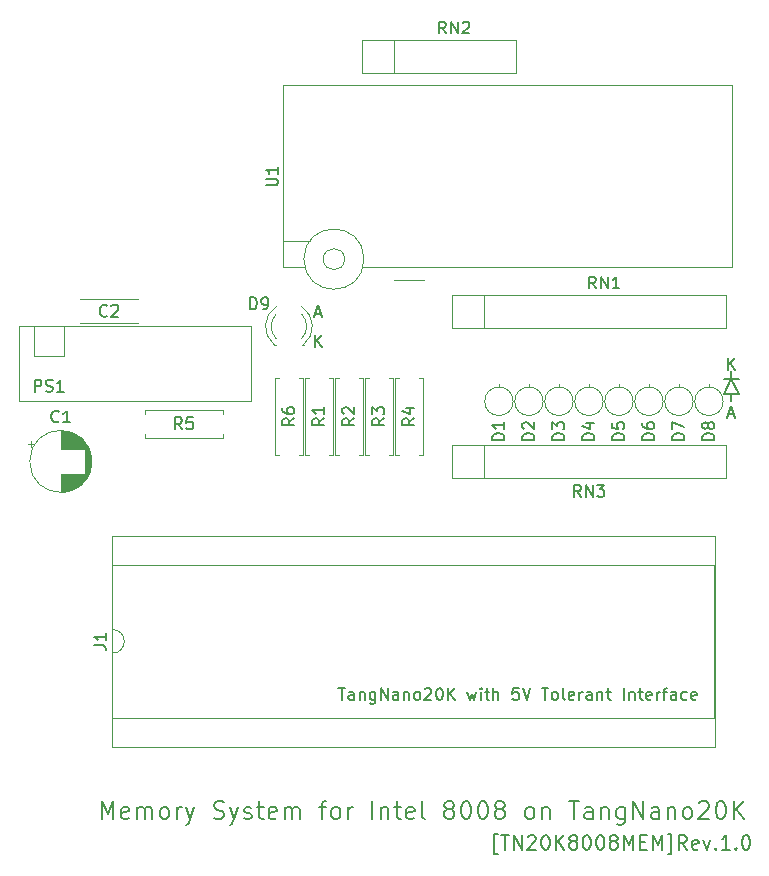
<source format=gbr>
%TF.GenerationSoftware,KiCad,Pcbnew,8.0.4*%
%TF.CreationDate,2024-08-20T14:56:35+09:00*%
%TF.ProjectId,TangNano8008MEM,54616e67-4e61-46e6-9f38-3030384d454d,rev?*%
%TF.SameCoordinates,Original*%
%TF.FileFunction,Legend,Top*%
%TF.FilePolarity,Positive*%
%FSLAX46Y46*%
G04 Gerber Fmt 4.6, Leading zero omitted, Abs format (unit mm)*
G04 Created by KiCad (PCBNEW 8.0.4) date 2024-08-20 14:56:35*
%MOMM*%
%LPD*%
G01*
G04 APERTURE LIST*
%ADD10C,0.150000*%
%ADD11C,0.200000*%
%ADD12C,0.120000*%
%ADD13C,0.100000*%
G04 APERTURE END LIST*
D10*
X62603095Y-30349819D02*
X62603095Y-29349819D01*
X63174523Y-30349819D02*
X62745952Y-29778390D01*
X63174523Y-29349819D02*
X62603095Y-29921247D01*
X62626905Y-34128104D02*
X63103095Y-34128104D01*
X62531667Y-34413819D02*
X62865000Y-33413819D01*
X62865000Y-33413819D02*
X63198333Y-34413819D01*
X62865000Y-32385000D02*
X62865000Y-33020000D01*
X62865000Y-31115000D02*
X62865000Y-30480000D01*
X63500000Y-32385000D02*
X62865000Y-31115000D01*
X62230000Y-32385000D02*
X63500000Y-32385000D01*
X62865000Y-31115000D02*
X62230000Y-32385000D01*
X63500000Y-31115000D02*
X62865000Y-31115000D01*
X62230000Y-31115000D02*
X63500000Y-31115000D01*
X27641779Y-28444819D02*
X27641779Y-27444819D01*
X28213207Y-28444819D02*
X27784636Y-27873390D01*
X28213207Y-27444819D02*
X27641779Y-28016247D01*
X27594160Y-25619104D02*
X28070350Y-25619104D01*
X27498922Y-25904819D02*
X27832255Y-24904819D01*
X27832255Y-24904819D02*
X28165588Y-25904819D01*
X43071315Y-71365342D02*
X42785601Y-71365342D01*
X42785601Y-71365342D02*
X42785601Y-69651057D01*
X42785601Y-69651057D02*
X43071315Y-69651057D01*
X43357029Y-69765342D02*
X44042744Y-69765342D01*
X43699886Y-70965342D02*
X43699886Y-69765342D01*
X44442744Y-70965342D02*
X44442744Y-69765342D01*
X44442744Y-69765342D02*
X45128458Y-70965342D01*
X45128458Y-70965342D02*
X45128458Y-69765342D01*
X45642744Y-69879628D02*
X45699887Y-69822485D01*
X45699887Y-69822485D02*
X45814173Y-69765342D01*
X45814173Y-69765342D02*
X46099887Y-69765342D01*
X46099887Y-69765342D02*
X46214173Y-69822485D01*
X46214173Y-69822485D02*
X46271315Y-69879628D01*
X46271315Y-69879628D02*
X46328458Y-69993914D01*
X46328458Y-69993914D02*
X46328458Y-70108200D01*
X46328458Y-70108200D02*
X46271315Y-70279628D01*
X46271315Y-70279628D02*
X45585601Y-70965342D01*
X45585601Y-70965342D02*
X46328458Y-70965342D01*
X47071315Y-69765342D02*
X47185601Y-69765342D01*
X47185601Y-69765342D02*
X47299887Y-69822485D01*
X47299887Y-69822485D02*
X47357030Y-69879628D01*
X47357030Y-69879628D02*
X47414172Y-69993914D01*
X47414172Y-69993914D02*
X47471315Y-70222485D01*
X47471315Y-70222485D02*
X47471315Y-70508200D01*
X47471315Y-70508200D02*
X47414172Y-70736771D01*
X47414172Y-70736771D02*
X47357030Y-70851057D01*
X47357030Y-70851057D02*
X47299887Y-70908200D01*
X47299887Y-70908200D02*
X47185601Y-70965342D01*
X47185601Y-70965342D02*
X47071315Y-70965342D01*
X47071315Y-70965342D02*
X46957030Y-70908200D01*
X46957030Y-70908200D02*
X46899887Y-70851057D01*
X46899887Y-70851057D02*
X46842744Y-70736771D01*
X46842744Y-70736771D02*
X46785601Y-70508200D01*
X46785601Y-70508200D02*
X46785601Y-70222485D01*
X46785601Y-70222485D02*
X46842744Y-69993914D01*
X46842744Y-69993914D02*
X46899887Y-69879628D01*
X46899887Y-69879628D02*
X46957030Y-69822485D01*
X46957030Y-69822485D02*
X47071315Y-69765342D01*
X47985601Y-70965342D02*
X47985601Y-69765342D01*
X48671315Y-70965342D02*
X48157029Y-70279628D01*
X48671315Y-69765342D02*
X47985601Y-70451057D01*
X49357029Y-70279628D02*
X49242744Y-70222485D01*
X49242744Y-70222485D02*
X49185601Y-70165342D01*
X49185601Y-70165342D02*
X49128458Y-70051057D01*
X49128458Y-70051057D02*
X49128458Y-69993914D01*
X49128458Y-69993914D02*
X49185601Y-69879628D01*
X49185601Y-69879628D02*
X49242744Y-69822485D01*
X49242744Y-69822485D02*
X49357029Y-69765342D01*
X49357029Y-69765342D02*
X49585601Y-69765342D01*
X49585601Y-69765342D02*
X49699887Y-69822485D01*
X49699887Y-69822485D02*
X49757029Y-69879628D01*
X49757029Y-69879628D02*
X49814172Y-69993914D01*
X49814172Y-69993914D02*
X49814172Y-70051057D01*
X49814172Y-70051057D02*
X49757029Y-70165342D01*
X49757029Y-70165342D02*
X49699887Y-70222485D01*
X49699887Y-70222485D02*
X49585601Y-70279628D01*
X49585601Y-70279628D02*
X49357029Y-70279628D01*
X49357029Y-70279628D02*
X49242744Y-70336771D01*
X49242744Y-70336771D02*
X49185601Y-70393914D01*
X49185601Y-70393914D02*
X49128458Y-70508200D01*
X49128458Y-70508200D02*
X49128458Y-70736771D01*
X49128458Y-70736771D02*
X49185601Y-70851057D01*
X49185601Y-70851057D02*
X49242744Y-70908200D01*
X49242744Y-70908200D02*
X49357029Y-70965342D01*
X49357029Y-70965342D02*
X49585601Y-70965342D01*
X49585601Y-70965342D02*
X49699887Y-70908200D01*
X49699887Y-70908200D02*
X49757029Y-70851057D01*
X49757029Y-70851057D02*
X49814172Y-70736771D01*
X49814172Y-70736771D02*
X49814172Y-70508200D01*
X49814172Y-70508200D02*
X49757029Y-70393914D01*
X49757029Y-70393914D02*
X49699887Y-70336771D01*
X49699887Y-70336771D02*
X49585601Y-70279628D01*
X50557029Y-69765342D02*
X50671315Y-69765342D01*
X50671315Y-69765342D02*
X50785601Y-69822485D01*
X50785601Y-69822485D02*
X50842744Y-69879628D01*
X50842744Y-69879628D02*
X50899886Y-69993914D01*
X50899886Y-69993914D02*
X50957029Y-70222485D01*
X50957029Y-70222485D02*
X50957029Y-70508200D01*
X50957029Y-70508200D02*
X50899886Y-70736771D01*
X50899886Y-70736771D02*
X50842744Y-70851057D01*
X50842744Y-70851057D02*
X50785601Y-70908200D01*
X50785601Y-70908200D02*
X50671315Y-70965342D01*
X50671315Y-70965342D02*
X50557029Y-70965342D01*
X50557029Y-70965342D02*
X50442744Y-70908200D01*
X50442744Y-70908200D02*
X50385601Y-70851057D01*
X50385601Y-70851057D02*
X50328458Y-70736771D01*
X50328458Y-70736771D02*
X50271315Y-70508200D01*
X50271315Y-70508200D02*
X50271315Y-70222485D01*
X50271315Y-70222485D02*
X50328458Y-69993914D01*
X50328458Y-69993914D02*
X50385601Y-69879628D01*
X50385601Y-69879628D02*
X50442744Y-69822485D01*
X50442744Y-69822485D02*
X50557029Y-69765342D01*
X51699886Y-69765342D02*
X51814172Y-69765342D01*
X51814172Y-69765342D02*
X51928458Y-69822485D01*
X51928458Y-69822485D02*
X51985601Y-69879628D01*
X51985601Y-69879628D02*
X52042743Y-69993914D01*
X52042743Y-69993914D02*
X52099886Y-70222485D01*
X52099886Y-70222485D02*
X52099886Y-70508200D01*
X52099886Y-70508200D02*
X52042743Y-70736771D01*
X52042743Y-70736771D02*
X51985601Y-70851057D01*
X51985601Y-70851057D02*
X51928458Y-70908200D01*
X51928458Y-70908200D02*
X51814172Y-70965342D01*
X51814172Y-70965342D02*
X51699886Y-70965342D01*
X51699886Y-70965342D02*
X51585601Y-70908200D01*
X51585601Y-70908200D02*
X51528458Y-70851057D01*
X51528458Y-70851057D02*
X51471315Y-70736771D01*
X51471315Y-70736771D02*
X51414172Y-70508200D01*
X51414172Y-70508200D02*
X51414172Y-70222485D01*
X51414172Y-70222485D02*
X51471315Y-69993914D01*
X51471315Y-69993914D02*
X51528458Y-69879628D01*
X51528458Y-69879628D02*
X51585601Y-69822485D01*
X51585601Y-69822485D02*
X51699886Y-69765342D01*
X52785600Y-70279628D02*
X52671315Y-70222485D01*
X52671315Y-70222485D02*
X52614172Y-70165342D01*
X52614172Y-70165342D02*
X52557029Y-70051057D01*
X52557029Y-70051057D02*
X52557029Y-69993914D01*
X52557029Y-69993914D02*
X52614172Y-69879628D01*
X52614172Y-69879628D02*
X52671315Y-69822485D01*
X52671315Y-69822485D02*
X52785600Y-69765342D01*
X52785600Y-69765342D02*
X53014172Y-69765342D01*
X53014172Y-69765342D02*
X53128458Y-69822485D01*
X53128458Y-69822485D02*
X53185600Y-69879628D01*
X53185600Y-69879628D02*
X53242743Y-69993914D01*
X53242743Y-69993914D02*
X53242743Y-70051057D01*
X53242743Y-70051057D02*
X53185600Y-70165342D01*
X53185600Y-70165342D02*
X53128458Y-70222485D01*
X53128458Y-70222485D02*
X53014172Y-70279628D01*
X53014172Y-70279628D02*
X52785600Y-70279628D01*
X52785600Y-70279628D02*
X52671315Y-70336771D01*
X52671315Y-70336771D02*
X52614172Y-70393914D01*
X52614172Y-70393914D02*
X52557029Y-70508200D01*
X52557029Y-70508200D02*
X52557029Y-70736771D01*
X52557029Y-70736771D02*
X52614172Y-70851057D01*
X52614172Y-70851057D02*
X52671315Y-70908200D01*
X52671315Y-70908200D02*
X52785600Y-70965342D01*
X52785600Y-70965342D02*
X53014172Y-70965342D01*
X53014172Y-70965342D02*
X53128458Y-70908200D01*
X53128458Y-70908200D02*
X53185600Y-70851057D01*
X53185600Y-70851057D02*
X53242743Y-70736771D01*
X53242743Y-70736771D02*
X53242743Y-70508200D01*
X53242743Y-70508200D02*
X53185600Y-70393914D01*
X53185600Y-70393914D02*
X53128458Y-70336771D01*
X53128458Y-70336771D02*
X53014172Y-70279628D01*
X53757029Y-70965342D02*
X53757029Y-69765342D01*
X53757029Y-69765342D02*
X54157029Y-70622485D01*
X54157029Y-70622485D02*
X54557029Y-69765342D01*
X54557029Y-69765342D02*
X54557029Y-70965342D01*
X55128458Y-70336771D02*
X55528458Y-70336771D01*
X55699886Y-70965342D02*
X55128458Y-70965342D01*
X55128458Y-70965342D02*
X55128458Y-69765342D01*
X55128458Y-69765342D02*
X55699886Y-69765342D01*
X56214172Y-70965342D02*
X56214172Y-69765342D01*
X56214172Y-69765342D02*
X56614172Y-70622485D01*
X56614172Y-70622485D02*
X57014172Y-69765342D01*
X57014172Y-69765342D02*
X57014172Y-70965342D01*
X57471315Y-71365342D02*
X57757029Y-71365342D01*
X57757029Y-71365342D02*
X57757029Y-69651057D01*
X57757029Y-69651057D02*
X57471315Y-69651057D01*
X59071315Y-70965342D02*
X58671315Y-70393914D01*
X58385601Y-70965342D02*
X58385601Y-69765342D01*
X58385601Y-69765342D02*
X58842744Y-69765342D01*
X58842744Y-69765342D02*
X58957029Y-69822485D01*
X58957029Y-69822485D02*
X59014172Y-69879628D01*
X59014172Y-69879628D02*
X59071315Y-69993914D01*
X59071315Y-69993914D02*
X59071315Y-70165342D01*
X59071315Y-70165342D02*
X59014172Y-70279628D01*
X59014172Y-70279628D02*
X58957029Y-70336771D01*
X58957029Y-70336771D02*
X58842744Y-70393914D01*
X58842744Y-70393914D02*
X58385601Y-70393914D01*
X60042744Y-70908200D02*
X59928458Y-70965342D01*
X59928458Y-70965342D02*
X59699887Y-70965342D01*
X59699887Y-70965342D02*
X59585601Y-70908200D01*
X59585601Y-70908200D02*
X59528458Y-70793914D01*
X59528458Y-70793914D02*
X59528458Y-70336771D01*
X59528458Y-70336771D02*
X59585601Y-70222485D01*
X59585601Y-70222485D02*
X59699887Y-70165342D01*
X59699887Y-70165342D02*
X59928458Y-70165342D01*
X59928458Y-70165342D02*
X60042744Y-70222485D01*
X60042744Y-70222485D02*
X60099887Y-70336771D01*
X60099887Y-70336771D02*
X60099887Y-70451057D01*
X60099887Y-70451057D02*
X59528458Y-70565342D01*
X60499886Y-70165342D02*
X60785600Y-70965342D01*
X60785600Y-70965342D02*
X61071315Y-70165342D01*
X61528458Y-70851057D02*
X61585601Y-70908200D01*
X61585601Y-70908200D02*
X61528458Y-70965342D01*
X61528458Y-70965342D02*
X61471315Y-70908200D01*
X61471315Y-70908200D02*
X61528458Y-70851057D01*
X61528458Y-70851057D02*
X61528458Y-70965342D01*
X62728458Y-70965342D02*
X62042744Y-70965342D01*
X62385601Y-70965342D02*
X62385601Y-69765342D01*
X62385601Y-69765342D02*
X62271315Y-69936771D01*
X62271315Y-69936771D02*
X62157030Y-70051057D01*
X62157030Y-70051057D02*
X62042744Y-70108200D01*
X63242744Y-70851057D02*
X63299887Y-70908200D01*
X63299887Y-70908200D02*
X63242744Y-70965342D01*
X63242744Y-70965342D02*
X63185601Y-70908200D01*
X63185601Y-70908200D02*
X63242744Y-70851057D01*
X63242744Y-70851057D02*
X63242744Y-70965342D01*
X64042744Y-69765342D02*
X64157030Y-69765342D01*
X64157030Y-69765342D02*
X64271316Y-69822485D01*
X64271316Y-69822485D02*
X64328459Y-69879628D01*
X64328459Y-69879628D02*
X64385601Y-69993914D01*
X64385601Y-69993914D02*
X64442744Y-70222485D01*
X64442744Y-70222485D02*
X64442744Y-70508200D01*
X64442744Y-70508200D02*
X64385601Y-70736771D01*
X64385601Y-70736771D02*
X64328459Y-70851057D01*
X64328459Y-70851057D02*
X64271316Y-70908200D01*
X64271316Y-70908200D02*
X64157030Y-70965342D01*
X64157030Y-70965342D02*
X64042744Y-70965342D01*
X64042744Y-70965342D02*
X63928459Y-70908200D01*
X63928459Y-70908200D02*
X63871316Y-70851057D01*
X63871316Y-70851057D02*
X63814173Y-70736771D01*
X63814173Y-70736771D02*
X63757030Y-70508200D01*
X63757030Y-70508200D02*
X63757030Y-70222485D01*
X63757030Y-70222485D02*
X63814173Y-69993914D01*
X63814173Y-69993914D02*
X63871316Y-69879628D01*
X63871316Y-69879628D02*
X63928459Y-69822485D01*
X63928459Y-69822485D02*
X64042744Y-69765342D01*
D11*
X9541720Y-68386028D02*
X9541720Y-66886028D01*
X9541720Y-66886028D02*
X10041720Y-67957457D01*
X10041720Y-67957457D02*
X10541720Y-66886028D01*
X10541720Y-66886028D02*
X10541720Y-68386028D01*
X11827435Y-68314600D02*
X11684578Y-68386028D01*
X11684578Y-68386028D02*
X11398864Y-68386028D01*
X11398864Y-68386028D02*
X11256006Y-68314600D01*
X11256006Y-68314600D02*
X11184578Y-68171742D01*
X11184578Y-68171742D02*
X11184578Y-67600314D01*
X11184578Y-67600314D02*
X11256006Y-67457457D01*
X11256006Y-67457457D02*
X11398864Y-67386028D01*
X11398864Y-67386028D02*
X11684578Y-67386028D01*
X11684578Y-67386028D02*
X11827435Y-67457457D01*
X11827435Y-67457457D02*
X11898864Y-67600314D01*
X11898864Y-67600314D02*
X11898864Y-67743171D01*
X11898864Y-67743171D02*
X11184578Y-67886028D01*
X12541720Y-68386028D02*
X12541720Y-67386028D01*
X12541720Y-67528885D02*
X12613149Y-67457457D01*
X12613149Y-67457457D02*
X12756006Y-67386028D01*
X12756006Y-67386028D02*
X12970292Y-67386028D01*
X12970292Y-67386028D02*
X13113149Y-67457457D01*
X13113149Y-67457457D02*
X13184578Y-67600314D01*
X13184578Y-67600314D02*
X13184578Y-68386028D01*
X13184578Y-67600314D02*
X13256006Y-67457457D01*
X13256006Y-67457457D02*
X13398863Y-67386028D01*
X13398863Y-67386028D02*
X13613149Y-67386028D01*
X13613149Y-67386028D02*
X13756006Y-67457457D01*
X13756006Y-67457457D02*
X13827435Y-67600314D01*
X13827435Y-67600314D02*
X13827435Y-68386028D01*
X14756006Y-68386028D02*
X14613149Y-68314600D01*
X14613149Y-68314600D02*
X14541720Y-68243171D01*
X14541720Y-68243171D02*
X14470292Y-68100314D01*
X14470292Y-68100314D02*
X14470292Y-67671742D01*
X14470292Y-67671742D02*
X14541720Y-67528885D01*
X14541720Y-67528885D02*
X14613149Y-67457457D01*
X14613149Y-67457457D02*
X14756006Y-67386028D01*
X14756006Y-67386028D02*
X14970292Y-67386028D01*
X14970292Y-67386028D02*
X15113149Y-67457457D01*
X15113149Y-67457457D02*
X15184578Y-67528885D01*
X15184578Y-67528885D02*
X15256006Y-67671742D01*
X15256006Y-67671742D02*
X15256006Y-68100314D01*
X15256006Y-68100314D02*
X15184578Y-68243171D01*
X15184578Y-68243171D02*
X15113149Y-68314600D01*
X15113149Y-68314600D02*
X14970292Y-68386028D01*
X14970292Y-68386028D02*
X14756006Y-68386028D01*
X15898863Y-68386028D02*
X15898863Y-67386028D01*
X15898863Y-67671742D02*
X15970292Y-67528885D01*
X15970292Y-67528885D02*
X16041721Y-67457457D01*
X16041721Y-67457457D02*
X16184578Y-67386028D01*
X16184578Y-67386028D02*
X16327435Y-67386028D01*
X16684577Y-67386028D02*
X17041720Y-68386028D01*
X17398863Y-67386028D02*
X17041720Y-68386028D01*
X17041720Y-68386028D02*
X16898863Y-68743171D01*
X16898863Y-68743171D02*
X16827434Y-68814600D01*
X16827434Y-68814600D02*
X16684577Y-68886028D01*
X19041720Y-68314600D02*
X19256006Y-68386028D01*
X19256006Y-68386028D02*
X19613148Y-68386028D01*
X19613148Y-68386028D02*
X19756006Y-68314600D01*
X19756006Y-68314600D02*
X19827434Y-68243171D01*
X19827434Y-68243171D02*
X19898863Y-68100314D01*
X19898863Y-68100314D02*
X19898863Y-67957457D01*
X19898863Y-67957457D02*
X19827434Y-67814600D01*
X19827434Y-67814600D02*
X19756006Y-67743171D01*
X19756006Y-67743171D02*
X19613148Y-67671742D01*
X19613148Y-67671742D02*
X19327434Y-67600314D01*
X19327434Y-67600314D02*
X19184577Y-67528885D01*
X19184577Y-67528885D02*
X19113148Y-67457457D01*
X19113148Y-67457457D02*
X19041720Y-67314600D01*
X19041720Y-67314600D02*
X19041720Y-67171742D01*
X19041720Y-67171742D02*
X19113148Y-67028885D01*
X19113148Y-67028885D02*
X19184577Y-66957457D01*
X19184577Y-66957457D02*
X19327434Y-66886028D01*
X19327434Y-66886028D02*
X19684577Y-66886028D01*
X19684577Y-66886028D02*
X19898863Y-66957457D01*
X20398862Y-67386028D02*
X20756005Y-68386028D01*
X21113148Y-67386028D02*
X20756005Y-68386028D01*
X20756005Y-68386028D02*
X20613148Y-68743171D01*
X20613148Y-68743171D02*
X20541719Y-68814600D01*
X20541719Y-68814600D02*
X20398862Y-68886028D01*
X21613148Y-68314600D02*
X21756005Y-68386028D01*
X21756005Y-68386028D02*
X22041719Y-68386028D01*
X22041719Y-68386028D02*
X22184576Y-68314600D01*
X22184576Y-68314600D02*
X22256005Y-68171742D01*
X22256005Y-68171742D02*
X22256005Y-68100314D01*
X22256005Y-68100314D02*
X22184576Y-67957457D01*
X22184576Y-67957457D02*
X22041719Y-67886028D01*
X22041719Y-67886028D02*
X21827434Y-67886028D01*
X21827434Y-67886028D02*
X21684576Y-67814600D01*
X21684576Y-67814600D02*
X21613148Y-67671742D01*
X21613148Y-67671742D02*
X21613148Y-67600314D01*
X21613148Y-67600314D02*
X21684576Y-67457457D01*
X21684576Y-67457457D02*
X21827434Y-67386028D01*
X21827434Y-67386028D02*
X22041719Y-67386028D01*
X22041719Y-67386028D02*
X22184576Y-67457457D01*
X22684577Y-67386028D02*
X23256005Y-67386028D01*
X22898862Y-66886028D02*
X22898862Y-68171742D01*
X22898862Y-68171742D02*
X22970291Y-68314600D01*
X22970291Y-68314600D02*
X23113148Y-68386028D01*
X23113148Y-68386028D02*
X23256005Y-68386028D01*
X24327434Y-68314600D02*
X24184577Y-68386028D01*
X24184577Y-68386028D02*
X23898863Y-68386028D01*
X23898863Y-68386028D02*
X23756005Y-68314600D01*
X23756005Y-68314600D02*
X23684577Y-68171742D01*
X23684577Y-68171742D02*
X23684577Y-67600314D01*
X23684577Y-67600314D02*
X23756005Y-67457457D01*
X23756005Y-67457457D02*
X23898863Y-67386028D01*
X23898863Y-67386028D02*
X24184577Y-67386028D01*
X24184577Y-67386028D02*
X24327434Y-67457457D01*
X24327434Y-67457457D02*
X24398863Y-67600314D01*
X24398863Y-67600314D02*
X24398863Y-67743171D01*
X24398863Y-67743171D02*
X23684577Y-67886028D01*
X25041719Y-68386028D02*
X25041719Y-67386028D01*
X25041719Y-67528885D02*
X25113148Y-67457457D01*
X25113148Y-67457457D02*
X25256005Y-67386028D01*
X25256005Y-67386028D02*
X25470291Y-67386028D01*
X25470291Y-67386028D02*
X25613148Y-67457457D01*
X25613148Y-67457457D02*
X25684577Y-67600314D01*
X25684577Y-67600314D02*
X25684577Y-68386028D01*
X25684577Y-67600314D02*
X25756005Y-67457457D01*
X25756005Y-67457457D02*
X25898862Y-67386028D01*
X25898862Y-67386028D02*
X26113148Y-67386028D01*
X26113148Y-67386028D02*
X26256005Y-67457457D01*
X26256005Y-67457457D02*
X26327434Y-67600314D01*
X26327434Y-67600314D02*
X26327434Y-68386028D01*
X27970291Y-67386028D02*
X28541719Y-67386028D01*
X28184576Y-68386028D02*
X28184576Y-67100314D01*
X28184576Y-67100314D02*
X28256005Y-66957457D01*
X28256005Y-66957457D02*
X28398862Y-66886028D01*
X28398862Y-66886028D02*
X28541719Y-66886028D01*
X29256005Y-68386028D02*
X29113148Y-68314600D01*
X29113148Y-68314600D02*
X29041719Y-68243171D01*
X29041719Y-68243171D02*
X28970291Y-68100314D01*
X28970291Y-68100314D02*
X28970291Y-67671742D01*
X28970291Y-67671742D02*
X29041719Y-67528885D01*
X29041719Y-67528885D02*
X29113148Y-67457457D01*
X29113148Y-67457457D02*
X29256005Y-67386028D01*
X29256005Y-67386028D02*
X29470291Y-67386028D01*
X29470291Y-67386028D02*
X29613148Y-67457457D01*
X29613148Y-67457457D02*
X29684577Y-67528885D01*
X29684577Y-67528885D02*
X29756005Y-67671742D01*
X29756005Y-67671742D02*
X29756005Y-68100314D01*
X29756005Y-68100314D02*
X29684577Y-68243171D01*
X29684577Y-68243171D02*
X29613148Y-68314600D01*
X29613148Y-68314600D02*
X29470291Y-68386028D01*
X29470291Y-68386028D02*
X29256005Y-68386028D01*
X30398862Y-68386028D02*
X30398862Y-67386028D01*
X30398862Y-67671742D02*
X30470291Y-67528885D01*
X30470291Y-67528885D02*
X30541720Y-67457457D01*
X30541720Y-67457457D02*
X30684577Y-67386028D01*
X30684577Y-67386028D02*
X30827434Y-67386028D01*
X32470290Y-68386028D02*
X32470290Y-66886028D01*
X33184576Y-67386028D02*
X33184576Y-68386028D01*
X33184576Y-67528885D02*
X33256005Y-67457457D01*
X33256005Y-67457457D02*
X33398862Y-67386028D01*
X33398862Y-67386028D02*
X33613148Y-67386028D01*
X33613148Y-67386028D02*
X33756005Y-67457457D01*
X33756005Y-67457457D02*
X33827434Y-67600314D01*
X33827434Y-67600314D02*
X33827434Y-68386028D01*
X34327434Y-67386028D02*
X34898862Y-67386028D01*
X34541719Y-66886028D02*
X34541719Y-68171742D01*
X34541719Y-68171742D02*
X34613148Y-68314600D01*
X34613148Y-68314600D02*
X34756005Y-68386028D01*
X34756005Y-68386028D02*
X34898862Y-68386028D01*
X35970291Y-68314600D02*
X35827434Y-68386028D01*
X35827434Y-68386028D02*
X35541720Y-68386028D01*
X35541720Y-68386028D02*
X35398862Y-68314600D01*
X35398862Y-68314600D02*
X35327434Y-68171742D01*
X35327434Y-68171742D02*
X35327434Y-67600314D01*
X35327434Y-67600314D02*
X35398862Y-67457457D01*
X35398862Y-67457457D02*
X35541720Y-67386028D01*
X35541720Y-67386028D02*
X35827434Y-67386028D01*
X35827434Y-67386028D02*
X35970291Y-67457457D01*
X35970291Y-67457457D02*
X36041720Y-67600314D01*
X36041720Y-67600314D02*
X36041720Y-67743171D01*
X36041720Y-67743171D02*
X35327434Y-67886028D01*
X36898862Y-68386028D02*
X36756005Y-68314600D01*
X36756005Y-68314600D02*
X36684576Y-68171742D01*
X36684576Y-68171742D02*
X36684576Y-66886028D01*
X38827433Y-67528885D02*
X38684576Y-67457457D01*
X38684576Y-67457457D02*
X38613147Y-67386028D01*
X38613147Y-67386028D02*
X38541719Y-67243171D01*
X38541719Y-67243171D02*
X38541719Y-67171742D01*
X38541719Y-67171742D02*
X38613147Y-67028885D01*
X38613147Y-67028885D02*
X38684576Y-66957457D01*
X38684576Y-66957457D02*
X38827433Y-66886028D01*
X38827433Y-66886028D02*
X39113147Y-66886028D01*
X39113147Y-66886028D02*
X39256005Y-66957457D01*
X39256005Y-66957457D02*
X39327433Y-67028885D01*
X39327433Y-67028885D02*
X39398862Y-67171742D01*
X39398862Y-67171742D02*
X39398862Y-67243171D01*
X39398862Y-67243171D02*
X39327433Y-67386028D01*
X39327433Y-67386028D02*
X39256005Y-67457457D01*
X39256005Y-67457457D02*
X39113147Y-67528885D01*
X39113147Y-67528885D02*
X38827433Y-67528885D01*
X38827433Y-67528885D02*
X38684576Y-67600314D01*
X38684576Y-67600314D02*
X38613147Y-67671742D01*
X38613147Y-67671742D02*
X38541719Y-67814600D01*
X38541719Y-67814600D02*
X38541719Y-68100314D01*
X38541719Y-68100314D02*
X38613147Y-68243171D01*
X38613147Y-68243171D02*
X38684576Y-68314600D01*
X38684576Y-68314600D02*
X38827433Y-68386028D01*
X38827433Y-68386028D02*
X39113147Y-68386028D01*
X39113147Y-68386028D02*
X39256005Y-68314600D01*
X39256005Y-68314600D02*
X39327433Y-68243171D01*
X39327433Y-68243171D02*
X39398862Y-68100314D01*
X39398862Y-68100314D02*
X39398862Y-67814600D01*
X39398862Y-67814600D02*
X39327433Y-67671742D01*
X39327433Y-67671742D02*
X39256005Y-67600314D01*
X39256005Y-67600314D02*
X39113147Y-67528885D01*
X40327433Y-66886028D02*
X40470290Y-66886028D01*
X40470290Y-66886028D02*
X40613147Y-66957457D01*
X40613147Y-66957457D02*
X40684576Y-67028885D01*
X40684576Y-67028885D02*
X40756004Y-67171742D01*
X40756004Y-67171742D02*
X40827433Y-67457457D01*
X40827433Y-67457457D02*
X40827433Y-67814600D01*
X40827433Y-67814600D02*
X40756004Y-68100314D01*
X40756004Y-68100314D02*
X40684576Y-68243171D01*
X40684576Y-68243171D02*
X40613147Y-68314600D01*
X40613147Y-68314600D02*
X40470290Y-68386028D01*
X40470290Y-68386028D02*
X40327433Y-68386028D01*
X40327433Y-68386028D02*
X40184576Y-68314600D01*
X40184576Y-68314600D02*
X40113147Y-68243171D01*
X40113147Y-68243171D02*
X40041718Y-68100314D01*
X40041718Y-68100314D02*
X39970290Y-67814600D01*
X39970290Y-67814600D02*
X39970290Y-67457457D01*
X39970290Y-67457457D02*
X40041718Y-67171742D01*
X40041718Y-67171742D02*
X40113147Y-67028885D01*
X40113147Y-67028885D02*
X40184576Y-66957457D01*
X40184576Y-66957457D02*
X40327433Y-66886028D01*
X41756004Y-66886028D02*
X41898861Y-66886028D01*
X41898861Y-66886028D02*
X42041718Y-66957457D01*
X42041718Y-66957457D02*
X42113147Y-67028885D01*
X42113147Y-67028885D02*
X42184575Y-67171742D01*
X42184575Y-67171742D02*
X42256004Y-67457457D01*
X42256004Y-67457457D02*
X42256004Y-67814600D01*
X42256004Y-67814600D02*
X42184575Y-68100314D01*
X42184575Y-68100314D02*
X42113147Y-68243171D01*
X42113147Y-68243171D02*
X42041718Y-68314600D01*
X42041718Y-68314600D02*
X41898861Y-68386028D01*
X41898861Y-68386028D02*
X41756004Y-68386028D01*
X41756004Y-68386028D02*
X41613147Y-68314600D01*
X41613147Y-68314600D02*
X41541718Y-68243171D01*
X41541718Y-68243171D02*
X41470289Y-68100314D01*
X41470289Y-68100314D02*
X41398861Y-67814600D01*
X41398861Y-67814600D02*
X41398861Y-67457457D01*
X41398861Y-67457457D02*
X41470289Y-67171742D01*
X41470289Y-67171742D02*
X41541718Y-67028885D01*
X41541718Y-67028885D02*
X41613147Y-66957457D01*
X41613147Y-66957457D02*
X41756004Y-66886028D01*
X43113146Y-67528885D02*
X42970289Y-67457457D01*
X42970289Y-67457457D02*
X42898860Y-67386028D01*
X42898860Y-67386028D02*
X42827432Y-67243171D01*
X42827432Y-67243171D02*
X42827432Y-67171742D01*
X42827432Y-67171742D02*
X42898860Y-67028885D01*
X42898860Y-67028885D02*
X42970289Y-66957457D01*
X42970289Y-66957457D02*
X43113146Y-66886028D01*
X43113146Y-66886028D02*
X43398860Y-66886028D01*
X43398860Y-66886028D02*
X43541718Y-66957457D01*
X43541718Y-66957457D02*
X43613146Y-67028885D01*
X43613146Y-67028885D02*
X43684575Y-67171742D01*
X43684575Y-67171742D02*
X43684575Y-67243171D01*
X43684575Y-67243171D02*
X43613146Y-67386028D01*
X43613146Y-67386028D02*
X43541718Y-67457457D01*
X43541718Y-67457457D02*
X43398860Y-67528885D01*
X43398860Y-67528885D02*
X43113146Y-67528885D01*
X43113146Y-67528885D02*
X42970289Y-67600314D01*
X42970289Y-67600314D02*
X42898860Y-67671742D01*
X42898860Y-67671742D02*
X42827432Y-67814600D01*
X42827432Y-67814600D02*
X42827432Y-68100314D01*
X42827432Y-68100314D02*
X42898860Y-68243171D01*
X42898860Y-68243171D02*
X42970289Y-68314600D01*
X42970289Y-68314600D02*
X43113146Y-68386028D01*
X43113146Y-68386028D02*
X43398860Y-68386028D01*
X43398860Y-68386028D02*
X43541718Y-68314600D01*
X43541718Y-68314600D02*
X43613146Y-68243171D01*
X43613146Y-68243171D02*
X43684575Y-68100314D01*
X43684575Y-68100314D02*
X43684575Y-67814600D01*
X43684575Y-67814600D02*
X43613146Y-67671742D01*
X43613146Y-67671742D02*
X43541718Y-67600314D01*
X43541718Y-67600314D02*
X43398860Y-67528885D01*
X45684574Y-68386028D02*
X45541717Y-68314600D01*
X45541717Y-68314600D02*
X45470288Y-68243171D01*
X45470288Y-68243171D02*
X45398860Y-68100314D01*
X45398860Y-68100314D02*
X45398860Y-67671742D01*
X45398860Y-67671742D02*
X45470288Y-67528885D01*
X45470288Y-67528885D02*
X45541717Y-67457457D01*
X45541717Y-67457457D02*
X45684574Y-67386028D01*
X45684574Y-67386028D02*
X45898860Y-67386028D01*
X45898860Y-67386028D02*
X46041717Y-67457457D01*
X46041717Y-67457457D02*
X46113146Y-67528885D01*
X46113146Y-67528885D02*
X46184574Y-67671742D01*
X46184574Y-67671742D02*
X46184574Y-68100314D01*
X46184574Y-68100314D02*
X46113146Y-68243171D01*
X46113146Y-68243171D02*
X46041717Y-68314600D01*
X46041717Y-68314600D02*
X45898860Y-68386028D01*
X45898860Y-68386028D02*
X45684574Y-68386028D01*
X46827431Y-67386028D02*
X46827431Y-68386028D01*
X46827431Y-67528885D02*
X46898860Y-67457457D01*
X46898860Y-67457457D02*
X47041717Y-67386028D01*
X47041717Y-67386028D02*
X47256003Y-67386028D01*
X47256003Y-67386028D02*
X47398860Y-67457457D01*
X47398860Y-67457457D02*
X47470289Y-67600314D01*
X47470289Y-67600314D02*
X47470289Y-68386028D01*
X49113146Y-66886028D02*
X49970289Y-66886028D01*
X49541717Y-68386028D02*
X49541717Y-66886028D01*
X51113146Y-68386028D02*
X51113146Y-67600314D01*
X51113146Y-67600314D02*
X51041717Y-67457457D01*
X51041717Y-67457457D02*
X50898860Y-67386028D01*
X50898860Y-67386028D02*
X50613146Y-67386028D01*
X50613146Y-67386028D02*
X50470288Y-67457457D01*
X51113146Y-68314600D02*
X50970288Y-68386028D01*
X50970288Y-68386028D02*
X50613146Y-68386028D01*
X50613146Y-68386028D02*
X50470288Y-68314600D01*
X50470288Y-68314600D02*
X50398860Y-68171742D01*
X50398860Y-68171742D02*
X50398860Y-68028885D01*
X50398860Y-68028885D02*
X50470288Y-67886028D01*
X50470288Y-67886028D02*
X50613146Y-67814600D01*
X50613146Y-67814600D02*
X50970288Y-67814600D01*
X50970288Y-67814600D02*
X51113146Y-67743171D01*
X51827431Y-67386028D02*
X51827431Y-68386028D01*
X51827431Y-67528885D02*
X51898860Y-67457457D01*
X51898860Y-67457457D02*
X52041717Y-67386028D01*
X52041717Y-67386028D02*
X52256003Y-67386028D01*
X52256003Y-67386028D02*
X52398860Y-67457457D01*
X52398860Y-67457457D02*
X52470289Y-67600314D01*
X52470289Y-67600314D02*
X52470289Y-68386028D01*
X53827432Y-67386028D02*
X53827432Y-68600314D01*
X53827432Y-68600314D02*
X53756003Y-68743171D01*
X53756003Y-68743171D02*
X53684574Y-68814600D01*
X53684574Y-68814600D02*
X53541717Y-68886028D01*
X53541717Y-68886028D02*
X53327432Y-68886028D01*
X53327432Y-68886028D02*
X53184574Y-68814600D01*
X53827432Y-68314600D02*
X53684574Y-68386028D01*
X53684574Y-68386028D02*
X53398860Y-68386028D01*
X53398860Y-68386028D02*
X53256003Y-68314600D01*
X53256003Y-68314600D02*
X53184574Y-68243171D01*
X53184574Y-68243171D02*
X53113146Y-68100314D01*
X53113146Y-68100314D02*
X53113146Y-67671742D01*
X53113146Y-67671742D02*
X53184574Y-67528885D01*
X53184574Y-67528885D02*
X53256003Y-67457457D01*
X53256003Y-67457457D02*
X53398860Y-67386028D01*
X53398860Y-67386028D02*
X53684574Y-67386028D01*
X53684574Y-67386028D02*
X53827432Y-67457457D01*
X54541717Y-68386028D02*
X54541717Y-66886028D01*
X54541717Y-66886028D02*
X55398860Y-68386028D01*
X55398860Y-68386028D02*
X55398860Y-66886028D01*
X56756004Y-68386028D02*
X56756004Y-67600314D01*
X56756004Y-67600314D02*
X56684575Y-67457457D01*
X56684575Y-67457457D02*
X56541718Y-67386028D01*
X56541718Y-67386028D02*
X56256004Y-67386028D01*
X56256004Y-67386028D02*
X56113146Y-67457457D01*
X56756004Y-68314600D02*
X56613146Y-68386028D01*
X56613146Y-68386028D02*
X56256004Y-68386028D01*
X56256004Y-68386028D02*
X56113146Y-68314600D01*
X56113146Y-68314600D02*
X56041718Y-68171742D01*
X56041718Y-68171742D02*
X56041718Y-68028885D01*
X56041718Y-68028885D02*
X56113146Y-67886028D01*
X56113146Y-67886028D02*
X56256004Y-67814600D01*
X56256004Y-67814600D02*
X56613146Y-67814600D01*
X56613146Y-67814600D02*
X56756004Y-67743171D01*
X57470289Y-67386028D02*
X57470289Y-68386028D01*
X57470289Y-67528885D02*
X57541718Y-67457457D01*
X57541718Y-67457457D02*
X57684575Y-67386028D01*
X57684575Y-67386028D02*
X57898861Y-67386028D01*
X57898861Y-67386028D02*
X58041718Y-67457457D01*
X58041718Y-67457457D02*
X58113147Y-67600314D01*
X58113147Y-67600314D02*
X58113147Y-68386028D01*
X59041718Y-68386028D02*
X58898861Y-68314600D01*
X58898861Y-68314600D02*
X58827432Y-68243171D01*
X58827432Y-68243171D02*
X58756004Y-68100314D01*
X58756004Y-68100314D02*
X58756004Y-67671742D01*
X58756004Y-67671742D02*
X58827432Y-67528885D01*
X58827432Y-67528885D02*
X58898861Y-67457457D01*
X58898861Y-67457457D02*
X59041718Y-67386028D01*
X59041718Y-67386028D02*
X59256004Y-67386028D01*
X59256004Y-67386028D02*
X59398861Y-67457457D01*
X59398861Y-67457457D02*
X59470290Y-67528885D01*
X59470290Y-67528885D02*
X59541718Y-67671742D01*
X59541718Y-67671742D02*
X59541718Y-68100314D01*
X59541718Y-68100314D02*
X59470290Y-68243171D01*
X59470290Y-68243171D02*
X59398861Y-68314600D01*
X59398861Y-68314600D02*
X59256004Y-68386028D01*
X59256004Y-68386028D02*
X59041718Y-68386028D01*
X60113147Y-67028885D02*
X60184575Y-66957457D01*
X60184575Y-66957457D02*
X60327433Y-66886028D01*
X60327433Y-66886028D02*
X60684575Y-66886028D01*
X60684575Y-66886028D02*
X60827433Y-66957457D01*
X60827433Y-66957457D02*
X60898861Y-67028885D01*
X60898861Y-67028885D02*
X60970290Y-67171742D01*
X60970290Y-67171742D02*
X60970290Y-67314600D01*
X60970290Y-67314600D02*
X60898861Y-67528885D01*
X60898861Y-67528885D02*
X60041718Y-68386028D01*
X60041718Y-68386028D02*
X60970290Y-68386028D01*
X61898861Y-66886028D02*
X62041718Y-66886028D01*
X62041718Y-66886028D02*
X62184575Y-66957457D01*
X62184575Y-66957457D02*
X62256004Y-67028885D01*
X62256004Y-67028885D02*
X62327432Y-67171742D01*
X62327432Y-67171742D02*
X62398861Y-67457457D01*
X62398861Y-67457457D02*
X62398861Y-67814600D01*
X62398861Y-67814600D02*
X62327432Y-68100314D01*
X62327432Y-68100314D02*
X62256004Y-68243171D01*
X62256004Y-68243171D02*
X62184575Y-68314600D01*
X62184575Y-68314600D02*
X62041718Y-68386028D01*
X62041718Y-68386028D02*
X61898861Y-68386028D01*
X61898861Y-68386028D02*
X61756004Y-68314600D01*
X61756004Y-68314600D02*
X61684575Y-68243171D01*
X61684575Y-68243171D02*
X61613146Y-68100314D01*
X61613146Y-68100314D02*
X61541718Y-67814600D01*
X61541718Y-67814600D02*
X61541718Y-67457457D01*
X61541718Y-67457457D02*
X61613146Y-67171742D01*
X61613146Y-67171742D02*
X61684575Y-67028885D01*
X61684575Y-67028885D02*
X61756004Y-66957457D01*
X61756004Y-66957457D02*
X61898861Y-66886028D01*
X63041717Y-68386028D02*
X63041717Y-66886028D01*
X63898860Y-68386028D02*
X63256003Y-67528885D01*
X63898860Y-66886028D02*
X63041717Y-67743171D01*
D10*
X29566922Y-57289819D02*
X30138350Y-57289819D01*
X29852636Y-58289819D02*
X29852636Y-57289819D01*
X30900255Y-58289819D02*
X30900255Y-57766009D01*
X30900255Y-57766009D02*
X30852636Y-57670771D01*
X30852636Y-57670771D02*
X30757398Y-57623152D01*
X30757398Y-57623152D02*
X30566922Y-57623152D01*
X30566922Y-57623152D02*
X30471684Y-57670771D01*
X30900255Y-58242200D02*
X30805017Y-58289819D01*
X30805017Y-58289819D02*
X30566922Y-58289819D01*
X30566922Y-58289819D02*
X30471684Y-58242200D01*
X30471684Y-58242200D02*
X30424065Y-58146961D01*
X30424065Y-58146961D02*
X30424065Y-58051723D01*
X30424065Y-58051723D02*
X30471684Y-57956485D01*
X30471684Y-57956485D02*
X30566922Y-57908866D01*
X30566922Y-57908866D02*
X30805017Y-57908866D01*
X30805017Y-57908866D02*
X30900255Y-57861247D01*
X31376446Y-57623152D02*
X31376446Y-58289819D01*
X31376446Y-57718390D02*
X31424065Y-57670771D01*
X31424065Y-57670771D02*
X31519303Y-57623152D01*
X31519303Y-57623152D02*
X31662160Y-57623152D01*
X31662160Y-57623152D02*
X31757398Y-57670771D01*
X31757398Y-57670771D02*
X31805017Y-57766009D01*
X31805017Y-57766009D02*
X31805017Y-58289819D01*
X32709779Y-57623152D02*
X32709779Y-58432676D01*
X32709779Y-58432676D02*
X32662160Y-58527914D01*
X32662160Y-58527914D02*
X32614541Y-58575533D01*
X32614541Y-58575533D02*
X32519303Y-58623152D01*
X32519303Y-58623152D02*
X32376446Y-58623152D01*
X32376446Y-58623152D02*
X32281208Y-58575533D01*
X32709779Y-58242200D02*
X32614541Y-58289819D01*
X32614541Y-58289819D02*
X32424065Y-58289819D01*
X32424065Y-58289819D02*
X32328827Y-58242200D01*
X32328827Y-58242200D02*
X32281208Y-58194580D01*
X32281208Y-58194580D02*
X32233589Y-58099342D01*
X32233589Y-58099342D02*
X32233589Y-57813628D01*
X32233589Y-57813628D02*
X32281208Y-57718390D01*
X32281208Y-57718390D02*
X32328827Y-57670771D01*
X32328827Y-57670771D02*
X32424065Y-57623152D01*
X32424065Y-57623152D02*
X32614541Y-57623152D01*
X32614541Y-57623152D02*
X32709779Y-57670771D01*
X33185970Y-58289819D02*
X33185970Y-57289819D01*
X33185970Y-57289819D02*
X33757398Y-58289819D01*
X33757398Y-58289819D02*
X33757398Y-57289819D01*
X34662160Y-58289819D02*
X34662160Y-57766009D01*
X34662160Y-57766009D02*
X34614541Y-57670771D01*
X34614541Y-57670771D02*
X34519303Y-57623152D01*
X34519303Y-57623152D02*
X34328827Y-57623152D01*
X34328827Y-57623152D02*
X34233589Y-57670771D01*
X34662160Y-58242200D02*
X34566922Y-58289819D01*
X34566922Y-58289819D02*
X34328827Y-58289819D01*
X34328827Y-58289819D02*
X34233589Y-58242200D01*
X34233589Y-58242200D02*
X34185970Y-58146961D01*
X34185970Y-58146961D02*
X34185970Y-58051723D01*
X34185970Y-58051723D02*
X34233589Y-57956485D01*
X34233589Y-57956485D02*
X34328827Y-57908866D01*
X34328827Y-57908866D02*
X34566922Y-57908866D01*
X34566922Y-57908866D02*
X34662160Y-57861247D01*
X35138351Y-57623152D02*
X35138351Y-58289819D01*
X35138351Y-57718390D02*
X35185970Y-57670771D01*
X35185970Y-57670771D02*
X35281208Y-57623152D01*
X35281208Y-57623152D02*
X35424065Y-57623152D01*
X35424065Y-57623152D02*
X35519303Y-57670771D01*
X35519303Y-57670771D02*
X35566922Y-57766009D01*
X35566922Y-57766009D02*
X35566922Y-58289819D01*
X36185970Y-58289819D02*
X36090732Y-58242200D01*
X36090732Y-58242200D02*
X36043113Y-58194580D01*
X36043113Y-58194580D02*
X35995494Y-58099342D01*
X35995494Y-58099342D02*
X35995494Y-57813628D01*
X35995494Y-57813628D02*
X36043113Y-57718390D01*
X36043113Y-57718390D02*
X36090732Y-57670771D01*
X36090732Y-57670771D02*
X36185970Y-57623152D01*
X36185970Y-57623152D02*
X36328827Y-57623152D01*
X36328827Y-57623152D02*
X36424065Y-57670771D01*
X36424065Y-57670771D02*
X36471684Y-57718390D01*
X36471684Y-57718390D02*
X36519303Y-57813628D01*
X36519303Y-57813628D02*
X36519303Y-58099342D01*
X36519303Y-58099342D02*
X36471684Y-58194580D01*
X36471684Y-58194580D02*
X36424065Y-58242200D01*
X36424065Y-58242200D02*
X36328827Y-58289819D01*
X36328827Y-58289819D02*
X36185970Y-58289819D01*
X36900256Y-57385057D02*
X36947875Y-57337438D01*
X36947875Y-57337438D02*
X37043113Y-57289819D01*
X37043113Y-57289819D02*
X37281208Y-57289819D01*
X37281208Y-57289819D02*
X37376446Y-57337438D01*
X37376446Y-57337438D02*
X37424065Y-57385057D01*
X37424065Y-57385057D02*
X37471684Y-57480295D01*
X37471684Y-57480295D02*
X37471684Y-57575533D01*
X37471684Y-57575533D02*
X37424065Y-57718390D01*
X37424065Y-57718390D02*
X36852637Y-58289819D01*
X36852637Y-58289819D02*
X37471684Y-58289819D01*
X38090732Y-57289819D02*
X38185970Y-57289819D01*
X38185970Y-57289819D02*
X38281208Y-57337438D01*
X38281208Y-57337438D02*
X38328827Y-57385057D01*
X38328827Y-57385057D02*
X38376446Y-57480295D01*
X38376446Y-57480295D02*
X38424065Y-57670771D01*
X38424065Y-57670771D02*
X38424065Y-57908866D01*
X38424065Y-57908866D02*
X38376446Y-58099342D01*
X38376446Y-58099342D02*
X38328827Y-58194580D01*
X38328827Y-58194580D02*
X38281208Y-58242200D01*
X38281208Y-58242200D02*
X38185970Y-58289819D01*
X38185970Y-58289819D02*
X38090732Y-58289819D01*
X38090732Y-58289819D02*
X37995494Y-58242200D01*
X37995494Y-58242200D02*
X37947875Y-58194580D01*
X37947875Y-58194580D02*
X37900256Y-58099342D01*
X37900256Y-58099342D02*
X37852637Y-57908866D01*
X37852637Y-57908866D02*
X37852637Y-57670771D01*
X37852637Y-57670771D02*
X37900256Y-57480295D01*
X37900256Y-57480295D02*
X37947875Y-57385057D01*
X37947875Y-57385057D02*
X37995494Y-57337438D01*
X37995494Y-57337438D02*
X38090732Y-57289819D01*
X38852637Y-58289819D02*
X38852637Y-57289819D01*
X39424065Y-58289819D02*
X38995494Y-57718390D01*
X39424065Y-57289819D02*
X38852637Y-57861247D01*
X40519304Y-57623152D02*
X40709780Y-58289819D01*
X40709780Y-58289819D02*
X40900256Y-57813628D01*
X40900256Y-57813628D02*
X41090732Y-58289819D01*
X41090732Y-58289819D02*
X41281208Y-57623152D01*
X41662161Y-58289819D02*
X41662161Y-57623152D01*
X41662161Y-57289819D02*
X41614542Y-57337438D01*
X41614542Y-57337438D02*
X41662161Y-57385057D01*
X41662161Y-57385057D02*
X41709780Y-57337438D01*
X41709780Y-57337438D02*
X41662161Y-57289819D01*
X41662161Y-57289819D02*
X41662161Y-57385057D01*
X41995494Y-57623152D02*
X42376446Y-57623152D01*
X42138351Y-57289819D02*
X42138351Y-58146961D01*
X42138351Y-58146961D02*
X42185970Y-58242200D01*
X42185970Y-58242200D02*
X42281208Y-58289819D01*
X42281208Y-58289819D02*
X42376446Y-58289819D01*
X42709780Y-58289819D02*
X42709780Y-57289819D01*
X43138351Y-58289819D02*
X43138351Y-57766009D01*
X43138351Y-57766009D02*
X43090732Y-57670771D01*
X43090732Y-57670771D02*
X42995494Y-57623152D01*
X42995494Y-57623152D02*
X42852637Y-57623152D01*
X42852637Y-57623152D02*
X42757399Y-57670771D01*
X42757399Y-57670771D02*
X42709780Y-57718390D01*
X44852637Y-57289819D02*
X44376447Y-57289819D01*
X44376447Y-57289819D02*
X44328828Y-57766009D01*
X44328828Y-57766009D02*
X44376447Y-57718390D01*
X44376447Y-57718390D02*
X44471685Y-57670771D01*
X44471685Y-57670771D02*
X44709780Y-57670771D01*
X44709780Y-57670771D02*
X44805018Y-57718390D01*
X44805018Y-57718390D02*
X44852637Y-57766009D01*
X44852637Y-57766009D02*
X44900256Y-57861247D01*
X44900256Y-57861247D02*
X44900256Y-58099342D01*
X44900256Y-58099342D02*
X44852637Y-58194580D01*
X44852637Y-58194580D02*
X44805018Y-58242200D01*
X44805018Y-58242200D02*
X44709780Y-58289819D01*
X44709780Y-58289819D02*
X44471685Y-58289819D01*
X44471685Y-58289819D02*
X44376447Y-58242200D01*
X44376447Y-58242200D02*
X44328828Y-58194580D01*
X45185971Y-57289819D02*
X45519304Y-58289819D01*
X45519304Y-58289819D02*
X45852637Y-57289819D01*
X46805019Y-57289819D02*
X47376447Y-57289819D01*
X47090733Y-58289819D02*
X47090733Y-57289819D01*
X47852638Y-58289819D02*
X47757400Y-58242200D01*
X47757400Y-58242200D02*
X47709781Y-58194580D01*
X47709781Y-58194580D02*
X47662162Y-58099342D01*
X47662162Y-58099342D02*
X47662162Y-57813628D01*
X47662162Y-57813628D02*
X47709781Y-57718390D01*
X47709781Y-57718390D02*
X47757400Y-57670771D01*
X47757400Y-57670771D02*
X47852638Y-57623152D01*
X47852638Y-57623152D02*
X47995495Y-57623152D01*
X47995495Y-57623152D02*
X48090733Y-57670771D01*
X48090733Y-57670771D02*
X48138352Y-57718390D01*
X48138352Y-57718390D02*
X48185971Y-57813628D01*
X48185971Y-57813628D02*
X48185971Y-58099342D01*
X48185971Y-58099342D02*
X48138352Y-58194580D01*
X48138352Y-58194580D02*
X48090733Y-58242200D01*
X48090733Y-58242200D02*
X47995495Y-58289819D01*
X47995495Y-58289819D02*
X47852638Y-58289819D01*
X48757400Y-58289819D02*
X48662162Y-58242200D01*
X48662162Y-58242200D02*
X48614543Y-58146961D01*
X48614543Y-58146961D02*
X48614543Y-57289819D01*
X49519305Y-58242200D02*
X49424067Y-58289819D01*
X49424067Y-58289819D02*
X49233591Y-58289819D01*
X49233591Y-58289819D02*
X49138353Y-58242200D01*
X49138353Y-58242200D02*
X49090734Y-58146961D01*
X49090734Y-58146961D02*
X49090734Y-57766009D01*
X49090734Y-57766009D02*
X49138353Y-57670771D01*
X49138353Y-57670771D02*
X49233591Y-57623152D01*
X49233591Y-57623152D02*
X49424067Y-57623152D01*
X49424067Y-57623152D02*
X49519305Y-57670771D01*
X49519305Y-57670771D02*
X49566924Y-57766009D01*
X49566924Y-57766009D02*
X49566924Y-57861247D01*
X49566924Y-57861247D02*
X49090734Y-57956485D01*
X49995496Y-58289819D02*
X49995496Y-57623152D01*
X49995496Y-57813628D02*
X50043115Y-57718390D01*
X50043115Y-57718390D02*
X50090734Y-57670771D01*
X50090734Y-57670771D02*
X50185972Y-57623152D01*
X50185972Y-57623152D02*
X50281210Y-57623152D01*
X51043115Y-58289819D02*
X51043115Y-57766009D01*
X51043115Y-57766009D02*
X50995496Y-57670771D01*
X50995496Y-57670771D02*
X50900258Y-57623152D01*
X50900258Y-57623152D02*
X50709782Y-57623152D01*
X50709782Y-57623152D02*
X50614544Y-57670771D01*
X51043115Y-58242200D02*
X50947877Y-58289819D01*
X50947877Y-58289819D02*
X50709782Y-58289819D01*
X50709782Y-58289819D02*
X50614544Y-58242200D01*
X50614544Y-58242200D02*
X50566925Y-58146961D01*
X50566925Y-58146961D02*
X50566925Y-58051723D01*
X50566925Y-58051723D02*
X50614544Y-57956485D01*
X50614544Y-57956485D02*
X50709782Y-57908866D01*
X50709782Y-57908866D02*
X50947877Y-57908866D01*
X50947877Y-57908866D02*
X51043115Y-57861247D01*
X51519306Y-57623152D02*
X51519306Y-58289819D01*
X51519306Y-57718390D02*
X51566925Y-57670771D01*
X51566925Y-57670771D02*
X51662163Y-57623152D01*
X51662163Y-57623152D02*
X51805020Y-57623152D01*
X51805020Y-57623152D02*
X51900258Y-57670771D01*
X51900258Y-57670771D02*
X51947877Y-57766009D01*
X51947877Y-57766009D02*
X51947877Y-58289819D01*
X52281211Y-57623152D02*
X52662163Y-57623152D01*
X52424068Y-57289819D02*
X52424068Y-58146961D01*
X52424068Y-58146961D02*
X52471687Y-58242200D01*
X52471687Y-58242200D02*
X52566925Y-58289819D01*
X52566925Y-58289819D02*
X52662163Y-58289819D01*
X53757402Y-58289819D02*
X53757402Y-57289819D01*
X54233592Y-57623152D02*
X54233592Y-58289819D01*
X54233592Y-57718390D02*
X54281211Y-57670771D01*
X54281211Y-57670771D02*
X54376449Y-57623152D01*
X54376449Y-57623152D02*
X54519306Y-57623152D01*
X54519306Y-57623152D02*
X54614544Y-57670771D01*
X54614544Y-57670771D02*
X54662163Y-57766009D01*
X54662163Y-57766009D02*
X54662163Y-58289819D01*
X54995497Y-57623152D02*
X55376449Y-57623152D01*
X55138354Y-57289819D02*
X55138354Y-58146961D01*
X55138354Y-58146961D02*
X55185973Y-58242200D01*
X55185973Y-58242200D02*
X55281211Y-58289819D01*
X55281211Y-58289819D02*
X55376449Y-58289819D01*
X56090735Y-58242200D02*
X55995497Y-58289819D01*
X55995497Y-58289819D02*
X55805021Y-58289819D01*
X55805021Y-58289819D02*
X55709783Y-58242200D01*
X55709783Y-58242200D02*
X55662164Y-58146961D01*
X55662164Y-58146961D02*
X55662164Y-57766009D01*
X55662164Y-57766009D02*
X55709783Y-57670771D01*
X55709783Y-57670771D02*
X55805021Y-57623152D01*
X55805021Y-57623152D02*
X55995497Y-57623152D01*
X55995497Y-57623152D02*
X56090735Y-57670771D01*
X56090735Y-57670771D02*
X56138354Y-57766009D01*
X56138354Y-57766009D02*
X56138354Y-57861247D01*
X56138354Y-57861247D02*
X55662164Y-57956485D01*
X56566926Y-58289819D02*
X56566926Y-57623152D01*
X56566926Y-57813628D02*
X56614545Y-57718390D01*
X56614545Y-57718390D02*
X56662164Y-57670771D01*
X56662164Y-57670771D02*
X56757402Y-57623152D01*
X56757402Y-57623152D02*
X56852640Y-57623152D01*
X57043117Y-57623152D02*
X57424069Y-57623152D01*
X57185974Y-58289819D02*
X57185974Y-57432676D01*
X57185974Y-57432676D02*
X57233593Y-57337438D01*
X57233593Y-57337438D02*
X57328831Y-57289819D01*
X57328831Y-57289819D02*
X57424069Y-57289819D01*
X58185974Y-58289819D02*
X58185974Y-57766009D01*
X58185974Y-57766009D02*
X58138355Y-57670771D01*
X58138355Y-57670771D02*
X58043117Y-57623152D01*
X58043117Y-57623152D02*
X57852641Y-57623152D01*
X57852641Y-57623152D02*
X57757403Y-57670771D01*
X58185974Y-58242200D02*
X58090736Y-58289819D01*
X58090736Y-58289819D02*
X57852641Y-58289819D01*
X57852641Y-58289819D02*
X57757403Y-58242200D01*
X57757403Y-58242200D02*
X57709784Y-58146961D01*
X57709784Y-58146961D02*
X57709784Y-58051723D01*
X57709784Y-58051723D02*
X57757403Y-57956485D01*
X57757403Y-57956485D02*
X57852641Y-57908866D01*
X57852641Y-57908866D02*
X58090736Y-57908866D01*
X58090736Y-57908866D02*
X58185974Y-57861247D01*
X59090736Y-58242200D02*
X58995498Y-58289819D01*
X58995498Y-58289819D02*
X58805022Y-58289819D01*
X58805022Y-58289819D02*
X58709784Y-58242200D01*
X58709784Y-58242200D02*
X58662165Y-58194580D01*
X58662165Y-58194580D02*
X58614546Y-58099342D01*
X58614546Y-58099342D02*
X58614546Y-57813628D01*
X58614546Y-57813628D02*
X58662165Y-57718390D01*
X58662165Y-57718390D02*
X58709784Y-57670771D01*
X58709784Y-57670771D02*
X58805022Y-57623152D01*
X58805022Y-57623152D02*
X58995498Y-57623152D01*
X58995498Y-57623152D02*
X59090736Y-57670771D01*
X59900260Y-58242200D02*
X59805022Y-58289819D01*
X59805022Y-58289819D02*
X59614546Y-58289819D01*
X59614546Y-58289819D02*
X59519308Y-58242200D01*
X59519308Y-58242200D02*
X59471689Y-58146961D01*
X59471689Y-58146961D02*
X59471689Y-57766009D01*
X59471689Y-57766009D02*
X59519308Y-57670771D01*
X59519308Y-57670771D02*
X59614546Y-57623152D01*
X59614546Y-57623152D02*
X59805022Y-57623152D01*
X59805022Y-57623152D02*
X59900260Y-57670771D01*
X59900260Y-57670771D02*
X59947879Y-57766009D01*
X59947879Y-57766009D02*
X59947879Y-57861247D01*
X59947879Y-57861247D02*
X59471689Y-57956485D01*
X58874819Y-36298094D02*
X57874819Y-36298094D01*
X57874819Y-36298094D02*
X57874819Y-36059999D01*
X57874819Y-36059999D02*
X57922438Y-35917142D01*
X57922438Y-35917142D02*
X58017676Y-35821904D01*
X58017676Y-35821904D02*
X58112914Y-35774285D01*
X58112914Y-35774285D02*
X58303390Y-35726666D01*
X58303390Y-35726666D02*
X58446247Y-35726666D01*
X58446247Y-35726666D02*
X58636723Y-35774285D01*
X58636723Y-35774285D02*
X58731961Y-35821904D01*
X58731961Y-35821904D02*
X58827200Y-35917142D01*
X58827200Y-35917142D02*
X58874819Y-36059999D01*
X58874819Y-36059999D02*
X58874819Y-36298094D01*
X57874819Y-35393332D02*
X57874819Y-34726666D01*
X57874819Y-34726666D02*
X58874819Y-35155237D01*
X46174819Y-36298094D02*
X45174819Y-36298094D01*
X45174819Y-36298094D02*
X45174819Y-36059999D01*
X45174819Y-36059999D02*
X45222438Y-35917142D01*
X45222438Y-35917142D02*
X45317676Y-35821904D01*
X45317676Y-35821904D02*
X45412914Y-35774285D01*
X45412914Y-35774285D02*
X45603390Y-35726666D01*
X45603390Y-35726666D02*
X45746247Y-35726666D01*
X45746247Y-35726666D02*
X45936723Y-35774285D01*
X45936723Y-35774285D02*
X46031961Y-35821904D01*
X46031961Y-35821904D02*
X46127200Y-35917142D01*
X46127200Y-35917142D02*
X46174819Y-36059999D01*
X46174819Y-36059999D02*
X46174819Y-36298094D01*
X45270057Y-35345713D02*
X45222438Y-35298094D01*
X45222438Y-35298094D02*
X45174819Y-35202856D01*
X45174819Y-35202856D02*
X45174819Y-34964761D01*
X45174819Y-34964761D02*
X45222438Y-34869523D01*
X45222438Y-34869523D02*
X45270057Y-34821904D01*
X45270057Y-34821904D02*
X45365295Y-34774285D01*
X45365295Y-34774285D02*
X45460533Y-34774285D01*
X45460533Y-34774285D02*
X45603390Y-34821904D01*
X45603390Y-34821904D02*
X46174819Y-35393332D01*
X46174819Y-35393332D02*
X46174819Y-34774285D01*
X51254819Y-36298094D02*
X50254819Y-36298094D01*
X50254819Y-36298094D02*
X50254819Y-36059999D01*
X50254819Y-36059999D02*
X50302438Y-35917142D01*
X50302438Y-35917142D02*
X50397676Y-35821904D01*
X50397676Y-35821904D02*
X50492914Y-35774285D01*
X50492914Y-35774285D02*
X50683390Y-35726666D01*
X50683390Y-35726666D02*
X50826247Y-35726666D01*
X50826247Y-35726666D02*
X51016723Y-35774285D01*
X51016723Y-35774285D02*
X51111961Y-35821904D01*
X51111961Y-35821904D02*
X51207200Y-35917142D01*
X51207200Y-35917142D02*
X51254819Y-36059999D01*
X51254819Y-36059999D02*
X51254819Y-36298094D01*
X50588152Y-34869523D02*
X51254819Y-34869523D01*
X50207200Y-35107618D02*
X50921485Y-35345713D01*
X50921485Y-35345713D02*
X50921485Y-34726666D01*
X43634819Y-36298094D02*
X42634819Y-36298094D01*
X42634819Y-36298094D02*
X42634819Y-36059999D01*
X42634819Y-36059999D02*
X42682438Y-35917142D01*
X42682438Y-35917142D02*
X42777676Y-35821904D01*
X42777676Y-35821904D02*
X42872914Y-35774285D01*
X42872914Y-35774285D02*
X43063390Y-35726666D01*
X43063390Y-35726666D02*
X43206247Y-35726666D01*
X43206247Y-35726666D02*
X43396723Y-35774285D01*
X43396723Y-35774285D02*
X43491961Y-35821904D01*
X43491961Y-35821904D02*
X43587200Y-35917142D01*
X43587200Y-35917142D02*
X43634819Y-36059999D01*
X43634819Y-36059999D02*
X43634819Y-36298094D01*
X43634819Y-34774285D02*
X43634819Y-35345713D01*
X43634819Y-35059999D02*
X42634819Y-35059999D01*
X42634819Y-35059999D02*
X42777676Y-35155237D01*
X42777676Y-35155237D02*
X42872914Y-35250475D01*
X42872914Y-35250475D02*
X42920533Y-35345713D01*
X48714819Y-36298094D02*
X47714819Y-36298094D01*
X47714819Y-36298094D02*
X47714819Y-36059999D01*
X47714819Y-36059999D02*
X47762438Y-35917142D01*
X47762438Y-35917142D02*
X47857676Y-35821904D01*
X47857676Y-35821904D02*
X47952914Y-35774285D01*
X47952914Y-35774285D02*
X48143390Y-35726666D01*
X48143390Y-35726666D02*
X48286247Y-35726666D01*
X48286247Y-35726666D02*
X48476723Y-35774285D01*
X48476723Y-35774285D02*
X48571961Y-35821904D01*
X48571961Y-35821904D02*
X48667200Y-35917142D01*
X48667200Y-35917142D02*
X48714819Y-36059999D01*
X48714819Y-36059999D02*
X48714819Y-36298094D01*
X47714819Y-35393332D02*
X47714819Y-34774285D01*
X47714819Y-34774285D02*
X48095771Y-35107618D01*
X48095771Y-35107618D02*
X48095771Y-34964761D01*
X48095771Y-34964761D02*
X48143390Y-34869523D01*
X48143390Y-34869523D02*
X48191009Y-34821904D01*
X48191009Y-34821904D02*
X48286247Y-34774285D01*
X48286247Y-34774285D02*
X48524342Y-34774285D01*
X48524342Y-34774285D02*
X48619580Y-34821904D01*
X48619580Y-34821904D02*
X48667200Y-34869523D01*
X48667200Y-34869523D02*
X48714819Y-34964761D01*
X48714819Y-34964761D02*
X48714819Y-35250475D01*
X48714819Y-35250475D02*
X48667200Y-35345713D01*
X48667200Y-35345713D02*
X48619580Y-35393332D01*
X56334819Y-36298094D02*
X55334819Y-36298094D01*
X55334819Y-36298094D02*
X55334819Y-36059999D01*
X55334819Y-36059999D02*
X55382438Y-35917142D01*
X55382438Y-35917142D02*
X55477676Y-35821904D01*
X55477676Y-35821904D02*
X55572914Y-35774285D01*
X55572914Y-35774285D02*
X55763390Y-35726666D01*
X55763390Y-35726666D02*
X55906247Y-35726666D01*
X55906247Y-35726666D02*
X56096723Y-35774285D01*
X56096723Y-35774285D02*
X56191961Y-35821904D01*
X56191961Y-35821904D02*
X56287200Y-35917142D01*
X56287200Y-35917142D02*
X56334819Y-36059999D01*
X56334819Y-36059999D02*
X56334819Y-36298094D01*
X55334819Y-34869523D02*
X55334819Y-35059999D01*
X55334819Y-35059999D02*
X55382438Y-35155237D01*
X55382438Y-35155237D02*
X55430057Y-35202856D01*
X55430057Y-35202856D02*
X55572914Y-35298094D01*
X55572914Y-35298094D02*
X55763390Y-35345713D01*
X55763390Y-35345713D02*
X56144342Y-35345713D01*
X56144342Y-35345713D02*
X56239580Y-35298094D01*
X56239580Y-35298094D02*
X56287200Y-35250475D01*
X56287200Y-35250475D02*
X56334819Y-35155237D01*
X56334819Y-35155237D02*
X56334819Y-34964761D01*
X56334819Y-34964761D02*
X56287200Y-34869523D01*
X56287200Y-34869523D02*
X56239580Y-34821904D01*
X56239580Y-34821904D02*
X56144342Y-34774285D01*
X56144342Y-34774285D02*
X55906247Y-34774285D01*
X55906247Y-34774285D02*
X55811009Y-34821904D01*
X55811009Y-34821904D02*
X55763390Y-34869523D01*
X55763390Y-34869523D02*
X55715771Y-34964761D01*
X55715771Y-34964761D02*
X55715771Y-35155237D01*
X55715771Y-35155237D02*
X55763390Y-35250475D01*
X55763390Y-35250475D02*
X55811009Y-35298094D01*
X55811009Y-35298094D02*
X55906247Y-35345713D01*
X53794819Y-36298094D02*
X52794819Y-36298094D01*
X52794819Y-36298094D02*
X52794819Y-36059999D01*
X52794819Y-36059999D02*
X52842438Y-35917142D01*
X52842438Y-35917142D02*
X52937676Y-35821904D01*
X52937676Y-35821904D02*
X53032914Y-35774285D01*
X53032914Y-35774285D02*
X53223390Y-35726666D01*
X53223390Y-35726666D02*
X53366247Y-35726666D01*
X53366247Y-35726666D02*
X53556723Y-35774285D01*
X53556723Y-35774285D02*
X53651961Y-35821904D01*
X53651961Y-35821904D02*
X53747200Y-35917142D01*
X53747200Y-35917142D02*
X53794819Y-36059999D01*
X53794819Y-36059999D02*
X53794819Y-36298094D01*
X52794819Y-34821904D02*
X52794819Y-35298094D01*
X52794819Y-35298094D02*
X53271009Y-35345713D01*
X53271009Y-35345713D02*
X53223390Y-35298094D01*
X53223390Y-35298094D02*
X53175771Y-35202856D01*
X53175771Y-35202856D02*
X53175771Y-34964761D01*
X53175771Y-34964761D02*
X53223390Y-34869523D01*
X53223390Y-34869523D02*
X53271009Y-34821904D01*
X53271009Y-34821904D02*
X53366247Y-34774285D01*
X53366247Y-34774285D02*
X53604342Y-34774285D01*
X53604342Y-34774285D02*
X53699580Y-34821904D01*
X53699580Y-34821904D02*
X53747200Y-34869523D01*
X53747200Y-34869523D02*
X53794819Y-34964761D01*
X53794819Y-34964761D02*
X53794819Y-35202856D01*
X53794819Y-35202856D02*
X53747200Y-35298094D01*
X53747200Y-35298094D02*
X53699580Y-35345713D01*
X61414819Y-36298094D02*
X60414819Y-36298094D01*
X60414819Y-36298094D02*
X60414819Y-36059999D01*
X60414819Y-36059999D02*
X60462438Y-35917142D01*
X60462438Y-35917142D02*
X60557676Y-35821904D01*
X60557676Y-35821904D02*
X60652914Y-35774285D01*
X60652914Y-35774285D02*
X60843390Y-35726666D01*
X60843390Y-35726666D02*
X60986247Y-35726666D01*
X60986247Y-35726666D02*
X61176723Y-35774285D01*
X61176723Y-35774285D02*
X61271961Y-35821904D01*
X61271961Y-35821904D02*
X61367200Y-35917142D01*
X61367200Y-35917142D02*
X61414819Y-36059999D01*
X61414819Y-36059999D02*
X61414819Y-36298094D01*
X60843390Y-35155237D02*
X60795771Y-35250475D01*
X60795771Y-35250475D02*
X60748152Y-35298094D01*
X60748152Y-35298094D02*
X60652914Y-35345713D01*
X60652914Y-35345713D02*
X60605295Y-35345713D01*
X60605295Y-35345713D02*
X60510057Y-35298094D01*
X60510057Y-35298094D02*
X60462438Y-35250475D01*
X60462438Y-35250475D02*
X60414819Y-35155237D01*
X60414819Y-35155237D02*
X60414819Y-34964761D01*
X60414819Y-34964761D02*
X60462438Y-34869523D01*
X60462438Y-34869523D02*
X60510057Y-34821904D01*
X60510057Y-34821904D02*
X60605295Y-34774285D01*
X60605295Y-34774285D02*
X60652914Y-34774285D01*
X60652914Y-34774285D02*
X60748152Y-34821904D01*
X60748152Y-34821904D02*
X60795771Y-34869523D01*
X60795771Y-34869523D02*
X60843390Y-34964761D01*
X60843390Y-34964761D02*
X60843390Y-35155237D01*
X60843390Y-35155237D02*
X60891009Y-35250475D01*
X60891009Y-35250475D02*
X60938628Y-35298094D01*
X60938628Y-35298094D02*
X61033866Y-35345713D01*
X61033866Y-35345713D02*
X61224342Y-35345713D01*
X61224342Y-35345713D02*
X61319580Y-35298094D01*
X61319580Y-35298094D02*
X61367200Y-35250475D01*
X61367200Y-35250475D02*
X61414819Y-35155237D01*
X61414819Y-35155237D02*
X61414819Y-34964761D01*
X61414819Y-34964761D02*
X61367200Y-34869523D01*
X61367200Y-34869523D02*
X61319580Y-34821904D01*
X61319580Y-34821904D02*
X61224342Y-34774285D01*
X61224342Y-34774285D02*
X61033866Y-34774285D01*
X61033866Y-34774285D02*
X60938628Y-34821904D01*
X60938628Y-34821904D02*
X60891009Y-34869523D01*
X60891009Y-34869523D02*
X60843390Y-34964761D01*
X9993333Y-25759580D02*
X9945714Y-25807200D01*
X9945714Y-25807200D02*
X9802857Y-25854819D01*
X9802857Y-25854819D02*
X9707619Y-25854819D01*
X9707619Y-25854819D02*
X9564762Y-25807200D01*
X9564762Y-25807200D02*
X9469524Y-25711961D01*
X9469524Y-25711961D02*
X9421905Y-25616723D01*
X9421905Y-25616723D02*
X9374286Y-25426247D01*
X9374286Y-25426247D02*
X9374286Y-25283390D01*
X9374286Y-25283390D02*
X9421905Y-25092914D01*
X9421905Y-25092914D02*
X9469524Y-24997676D01*
X9469524Y-24997676D02*
X9564762Y-24902438D01*
X9564762Y-24902438D02*
X9707619Y-24854819D01*
X9707619Y-24854819D02*
X9802857Y-24854819D01*
X9802857Y-24854819D02*
X9945714Y-24902438D01*
X9945714Y-24902438D02*
X9993333Y-24950057D01*
X10374286Y-24950057D02*
X10421905Y-24902438D01*
X10421905Y-24902438D02*
X10517143Y-24854819D01*
X10517143Y-24854819D02*
X10755238Y-24854819D01*
X10755238Y-24854819D02*
X10850476Y-24902438D01*
X10850476Y-24902438D02*
X10898095Y-24950057D01*
X10898095Y-24950057D02*
X10945714Y-25045295D01*
X10945714Y-25045295D02*
X10945714Y-25140533D01*
X10945714Y-25140533D02*
X10898095Y-25283390D01*
X10898095Y-25283390D02*
X10326667Y-25854819D01*
X10326667Y-25854819D02*
X10945714Y-25854819D01*
X25854819Y-34456666D02*
X25378628Y-34789999D01*
X25854819Y-35028094D02*
X24854819Y-35028094D01*
X24854819Y-35028094D02*
X24854819Y-34647142D01*
X24854819Y-34647142D02*
X24902438Y-34551904D01*
X24902438Y-34551904D02*
X24950057Y-34504285D01*
X24950057Y-34504285D02*
X25045295Y-34456666D01*
X25045295Y-34456666D02*
X25188152Y-34456666D01*
X25188152Y-34456666D02*
X25283390Y-34504285D01*
X25283390Y-34504285D02*
X25331009Y-34551904D01*
X25331009Y-34551904D02*
X25378628Y-34647142D01*
X25378628Y-34647142D02*
X25378628Y-35028094D01*
X24854819Y-33599523D02*
X24854819Y-33789999D01*
X24854819Y-33789999D02*
X24902438Y-33885237D01*
X24902438Y-33885237D02*
X24950057Y-33932856D01*
X24950057Y-33932856D02*
X25092914Y-34028094D01*
X25092914Y-34028094D02*
X25283390Y-34075713D01*
X25283390Y-34075713D02*
X25664342Y-34075713D01*
X25664342Y-34075713D02*
X25759580Y-34028094D01*
X25759580Y-34028094D02*
X25807200Y-33980475D01*
X25807200Y-33980475D02*
X25854819Y-33885237D01*
X25854819Y-33885237D02*
X25854819Y-33694761D01*
X25854819Y-33694761D02*
X25807200Y-33599523D01*
X25807200Y-33599523D02*
X25759580Y-33551904D01*
X25759580Y-33551904D02*
X25664342Y-33504285D01*
X25664342Y-33504285D02*
X25426247Y-33504285D01*
X25426247Y-33504285D02*
X25331009Y-33551904D01*
X25331009Y-33551904D02*
X25283390Y-33599523D01*
X25283390Y-33599523D02*
X25235771Y-33694761D01*
X25235771Y-33694761D02*
X25235771Y-33885237D01*
X25235771Y-33885237D02*
X25283390Y-33980475D01*
X25283390Y-33980475D02*
X25331009Y-34028094D01*
X25331009Y-34028094D02*
X25426247Y-34075713D01*
X33474819Y-34456666D02*
X32998628Y-34789999D01*
X33474819Y-35028094D02*
X32474819Y-35028094D01*
X32474819Y-35028094D02*
X32474819Y-34647142D01*
X32474819Y-34647142D02*
X32522438Y-34551904D01*
X32522438Y-34551904D02*
X32570057Y-34504285D01*
X32570057Y-34504285D02*
X32665295Y-34456666D01*
X32665295Y-34456666D02*
X32808152Y-34456666D01*
X32808152Y-34456666D02*
X32903390Y-34504285D01*
X32903390Y-34504285D02*
X32951009Y-34551904D01*
X32951009Y-34551904D02*
X32998628Y-34647142D01*
X32998628Y-34647142D02*
X32998628Y-35028094D01*
X32474819Y-34123332D02*
X32474819Y-33504285D01*
X32474819Y-33504285D02*
X32855771Y-33837618D01*
X32855771Y-33837618D02*
X32855771Y-33694761D01*
X32855771Y-33694761D02*
X32903390Y-33599523D01*
X32903390Y-33599523D02*
X32951009Y-33551904D01*
X32951009Y-33551904D02*
X33046247Y-33504285D01*
X33046247Y-33504285D02*
X33284342Y-33504285D01*
X33284342Y-33504285D02*
X33379580Y-33551904D01*
X33379580Y-33551904D02*
X33427200Y-33599523D01*
X33427200Y-33599523D02*
X33474819Y-33694761D01*
X33474819Y-33694761D02*
X33474819Y-33980475D01*
X33474819Y-33980475D02*
X33427200Y-34075713D01*
X33427200Y-34075713D02*
X33379580Y-34123332D01*
X16343333Y-35379819D02*
X16010000Y-34903628D01*
X15771905Y-35379819D02*
X15771905Y-34379819D01*
X15771905Y-34379819D02*
X16152857Y-34379819D01*
X16152857Y-34379819D02*
X16248095Y-34427438D01*
X16248095Y-34427438D02*
X16295714Y-34475057D01*
X16295714Y-34475057D02*
X16343333Y-34570295D01*
X16343333Y-34570295D02*
X16343333Y-34713152D01*
X16343333Y-34713152D02*
X16295714Y-34808390D01*
X16295714Y-34808390D02*
X16248095Y-34856009D01*
X16248095Y-34856009D02*
X16152857Y-34903628D01*
X16152857Y-34903628D02*
X15771905Y-34903628D01*
X17248095Y-34379819D02*
X16771905Y-34379819D01*
X16771905Y-34379819D02*
X16724286Y-34856009D01*
X16724286Y-34856009D02*
X16771905Y-34808390D01*
X16771905Y-34808390D02*
X16867143Y-34760771D01*
X16867143Y-34760771D02*
X17105238Y-34760771D01*
X17105238Y-34760771D02*
X17200476Y-34808390D01*
X17200476Y-34808390D02*
X17248095Y-34856009D01*
X17248095Y-34856009D02*
X17295714Y-34951247D01*
X17295714Y-34951247D02*
X17295714Y-35189342D01*
X17295714Y-35189342D02*
X17248095Y-35284580D01*
X17248095Y-35284580D02*
X17200476Y-35332200D01*
X17200476Y-35332200D02*
X17105238Y-35379819D01*
X17105238Y-35379819D02*
X16867143Y-35379819D01*
X16867143Y-35379819D02*
X16771905Y-35332200D01*
X16771905Y-35332200D02*
X16724286Y-35284580D01*
X28394819Y-34456666D02*
X27918628Y-34789999D01*
X28394819Y-35028094D02*
X27394819Y-35028094D01*
X27394819Y-35028094D02*
X27394819Y-34647142D01*
X27394819Y-34647142D02*
X27442438Y-34551904D01*
X27442438Y-34551904D02*
X27490057Y-34504285D01*
X27490057Y-34504285D02*
X27585295Y-34456666D01*
X27585295Y-34456666D02*
X27728152Y-34456666D01*
X27728152Y-34456666D02*
X27823390Y-34504285D01*
X27823390Y-34504285D02*
X27871009Y-34551904D01*
X27871009Y-34551904D02*
X27918628Y-34647142D01*
X27918628Y-34647142D02*
X27918628Y-35028094D01*
X28394819Y-33504285D02*
X28394819Y-34075713D01*
X28394819Y-33789999D02*
X27394819Y-33789999D01*
X27394819Y-33789999D02*
X27537676Y-33885237D01*
X27537676Y-33885237D02*
X27632914Y-33980475D01*
X27632914Y-33980475D02*
X27680533Y-34075713D01*
X22121905Y-25219819D02*
X22121905Y-24219819D01*
X22121905Y-24219819D02*
X22360000Y-24219819D01*
X22360000Y-24219819D02*
X22502857Y-24267438D01*
X22502857Y-24267438D02*
X22598095Y-24362676D01*
X22598095Y-24362676D02*
X22645714Y-24457914D01*
X22645714Y-24457914D02*
X22693333Y-24648390D01*
X22693333Y-24648390D02*
X22693333Y-24791247D01*
X22693333Y-24791247D02*
X22645714Y-24981723D01*
X22645714Y-24981723D02*
X22598095Y-25076961D01*
X22598095Y-25076961D02*
X22502857Y-25172200D01*
X22502857Y-25172200D02*
X22360000Y-25219819D01*
X22360000Y-25219819D02*
X22121905Y-25219819D01*
X23169524Y-25219819D02*
X23360000Y-25219819D01*
X23360000Y-25219819D02*
X23455238Y-25172200D01*
X23455238Y-25172200D02*
X23502857Y-25124580D01*
X23502857Y-25124580D02*
X23598095Y-24981723D01*
X23598095Y-24981723D02*
X23645714Y-24791247D01*
X23645714Y-24791247D02*
X23645714Y-24410295D01*
X23645714Y-24410295D02*
X23598095Y-24315057D01*
X23598095Y-24315057D02*
X23550476Y-24267438D01*
X23550476Y-24267438D02*
X23455238Y-24219819D01*
X23455238Y-24219819D02*
X23264762Y-24219819D01*
X23264762Y-24219819D02*
X23169524Y-24267438D01*
X23169524Y-24267438D02*
X23121905Y-24315057D01*
X23121905Y-24315057D02*
X23074286Y-24410295D01*
X23074286Y-24410295D02*
X23074286Y-24648390D01*
X23074286Y-24648390D02*
X23121905Y-24743628D01*
X23121905Y-24743628D02*
X23169524Y-24791247D01*
X23169524Y-24791247D02*
X23264762Y-24838866D01*
X23264762Y-24838866D02*
X23455238Y-24838866D01*
X23455238Y-24838866D02*
X23550476Y-24791247D01*
X23550476Y-24791247D02*
X23598095Y-24743628D01*
X23598095Y-24743628D02*
X23645714Y-24648390D01*
X3865714Y-32204819D02*
X3865714Y-31204819D01*
X3865714Y-31204819D02*
X4246666Y-31204819D01*
X4246666Y-31204819D02*
X4341904Y-31252438D01*
X4341904Y-31252438D02*
X4389523Y-31300057D01*
X4389523Y-31300057D02*
X4437142Y-31395295D01*
X4437142Y-31395295D02*
X4437142Y-31538152D01*
X4437142Y-31538152D02*
X4389523Y-31633390D01*
X4389523Y-31633390D02*
X4341904Y-31681009D01*
X4341904Y-31681009D02*
X4246666Y-31728628D01*
X4246666Y-31728628D02*
X3865714Y-31728628D01*
X4818095Y-32157200D02*
X4960952Y-32204819D01*
X4960952Y-32204819D02*
X5199047Y-32204819D01*
X5199047Y-32204819D02*
X5294285Y-32157200D01*
X5294285Y-32157200D02*
X5341904Y-32109580D01*
X5341904Y-32109580D02*
X5389523Y-32014342D01*
X5389523Y-32014342D02*
X5389523Y-31919104D01*
X5389523Y-31919104D02*
X5341904Y-31823866D01*
X5341904Y-31823866D02*
X5294285Y-31776247D01*
X5294285Y-31776247D02*
X5199047Y-31728628D01*
X5199047Y-31728628D02*
X5008571Y-31681009D01*
X5008571Y-31681009D02*
X4913333Y-31633390D01*
X4913333Y-31633390D02*
X4865714Y-31585771D01*
X4865714Y-31585771D02*
X4818095Y-31490533D01*
X4818095Y-31490533D02*
X4818095Y-31395295D01*
X4818095Y-31395295D02*
X4865714Y-31300057D01*
X4865714Y-31300057D02*
X4913333Y-31252438D01*
X4913333Y-31252438D02*
X5008571Y-31204819D01*
X5008571Y-31204819D02*
X5246666Y-31204819D01*
X5246666Y-31204819D02*
X5389523Y-31252438D01*
X6341904Y-32204819D02*
X5770476Y-32204819D01*
X6056190Y-32204819D02*
X6056190Y-31204819D01*
X6056190Y-31204819D02*
X5960952Y-31347676D01*
X5960952Y-31347676D02*
X5865714Y-31442914D01*
X5865714Y-31442914D02*
X5770476Y-31490533D01*
X51379523Y-23454819D02*
X51046190Y-22978628D01*
X50808095Y-23454819D02*
X50808095Y-22454819D01*
X50808095Y-22454819D02*
X51189047Y-22454819D01*
X51189047Y-22454819D02*
X51284285Y-22502438D01*
X51284285Y-22502438D02*
X51331904Y-22550057D01*
X51331904Y-22550057D02*
X51379523Y-22645295D01*
X51379523Y-22645295D02*
X51379523Y-22788152D01*
X51379523Y-22788152D02*
X51331904Y-22883390D01*
X51331904Y-22883390D02*
X51284285Y-22931009D01*
X51284285Y-22931009D02*
X51189047Y-22978628D01*
X51189047Y-22978628D02*
X50808095Y-22978628D01*
X51808095Y-23454819D02*
X51808095Y-22454819D01*
X51808095Y-22454819D02*
X52379523Y-23454819D01*
X52379523Y-23454819D02*
X52379523Y-22454819D01*
X53379523Y-23454819D02*
X52808095Y-23454819D01*
X53093809Y-23454819D02*
X53093809Y-22454819D01*
X53093809Y-22454819D02*
X52998571Y-22597676D01*
X52998571Y-22597676D02*
X52903333Y-22692914D01*
X52903333Y-22692914D02*
X52808095Y-22740533D01*
X50109523Y-41094819D02*
X49776190Y-40618628D01*
X49538095Y-41094819D02*
X49538095Y-40094819D01*
X49538095Y-40094819D02*
X49919047Y-40094819D01*
X49919047Y-40094819D02*
X50014285Y-40142438D01*
X50014285Y-40142438D02*
X50061904Y-40190057D01*
X50061904Y-40190057D02*
X50109523Y-40285295D01*
X50109523Y-40285295D02*
X50109523Y-40428152D01*
X50109523Y-40428152D02*
X50061904Y-40523390D01*
X50061904Y-40523390D02*
X50014285Y-40571009D01*
X50014285Y-40571009D02*
X49919047Y-40618628D01*
X49919047Y-40618628D02*
X49538095Y-40618628D01*
X50538095Y-41094819D02*
X50538095Y-40094819D01*
X50538095Y-40094819D02*
X51109523Y-41094819D01*
X51109523Y-41094819D02*
X51109523Y-40094819D01*
X51490476Y-40094819D02*
X52109523Y-40094819D01*
X52109523Y-40094819D02*
X51776190Y-40475771D01*
X51776190Y-40475771D02*
X51919047Y-40475771D01*
X51919047Y-40475771D02*
X52014285Y-40523390D01*
X52014285Y-40523390D02*
X52061904Y-40571009D01*
X52061904Y-40571009D02*
X52109523Y-40666247D01*
X52109523Y-40666247D02*
X52109523Y-40904342D01*
X52109523Y-40904342D02*
X52061904Y-40999580D01*
X52061904Y-40999580D02*
X52014285Y-41047200D01*
X52014285Y-41047200D02*
X51919047Y-41094819D01*
X51919047Y-41094819D02*
X51633333Y-41094819D01*
X51633333Y-41094819D02*
X51538095Y-41047200D01*
X51538095Y-41047200D02*
X51490476Y-40999580D01*
X23454819Y-14731904D02*
X24264342Y-14731904D01*
X24264342Y-14731904D02*
X24359580Y-14684285D01*
X24359580Y-14684285D02*
X24407200Y-14636666D01*
X24407200Y-14636666D02*
X24454819Y-14541428D01*
X24454819Y-14541428D02*
X24454819Y-14350952D01*
X24454819Y-14350952D02*
X24407200Y-14255714D01*
X24407200Y-14255714D02*
X24359580Y-14208095D01*
X24359580Y-14208095D02*
X24264342Y-14160476D01*
X24264342Y-14160476D02*
X23454819Y-14160476D01*
X24454819Y-13160476D02*
X24454819Y-13731904D01*
X24454819Y-13446190D02*
X23454819Y-13446190D01*
X23454819Y-13446190D02*
X23597676Y-13541428D01*
X23597676Y-13541428D02*
X23692914Y-13636666D01*
X23692914Y-13636666D02*
X23740533Y-13731904D01*
X8909819Y-53673333D02*
X9624104Y-53673333D01*
X9624104Y-53673333D02*
X9766961Y-53720952D01*
X9766961Y-53720952D02*
X9862200Y-53816190D01*
X9862200Y-53816190D02*
X9909819Y-53959047D01*
X9909819Y-53959047D02*
X9909819Y-54054285D01*
X9909819Y-52673333D02*
X9909819Y-53244761D01*
X9909819Y-52959047D02*
X8909819Y-52959047D01*
X8909819Y-52959047D02*
X9052676Y-53054285D01*
X9052676Y-53054285D02*
X9147914Y-53149523D01*
X9147914Y-53149523D02*
X9195533Y-53244761D01*
X36014819Y-34456666D02*
X35538628Y-34789999D01*
X36014819Y-35028094D02*
X35014819Y-35028094D01*
X35014819Y-35028094D02*
X35014819Y-34647142D01*
X35014819Y-34647142D02*
X35062438Y-34551904D01*
X35062438Y-34551904D02*
X35110057Y-34504285D01*
X35110057Y-34504285D02*
X35205295Y-34456666D01*
X35205295Y-34456666D02*
X35348152Y-34456666D01*
X35348152Y-34456666D02*
X35443390Y-34504285D01*
X35443390Y-34504285D02*
X35491009Y-34551904D01*
X35491009Y-34551904D02*
X35538628Y-34647142D01*
X35538628Y-34647142D02*
X35538628Y-35028094D01*
X35348152Y-33599523D02*
X36014819Y-33599523D01*
X34967200Y-33837618D02*
X35681485Y-34075713D01*
X35681485Y-34075713D02*
X35681485Y-33456666D01*
X30934819Y-34456666D02*
X30458628Y-34789999D01*
X30934819Y-35028094D02*
X29934819Y-35028094D01*
X29934819Y-35028094D02*
X29934819Y-34647142D01*
X29934819Y-34647142D02*
X29982438Y-34551904D01*
X29982438Y-34551904D02*
X30030057Y-34504285D01*
X30030057Y-34504285D02*
X30125295Y-34456666D01*
X30125295Y-34456666D02*
X30268152Y-34456666D01*
X30268152Y-34456666D02*
X30363390Y-34504285D01*
X30363390Y-34504285D02*
X30411009Y-34551904D01*
X30411009Y-34551904D02*
X30458628Y-34647142D01*
X30458628Y-34647142D02*
X30458628Y-35028094D01*
X30030057Y-34075713D02*
X29982438Y-34028094D01*
X29982438Y-34028094D02*
X29934819Y-33932856D01*
X29934819Y-33932856D02*
X29934819Y-33694761D01*
X29934819Y-33694761D02*
X29982438Y-33599523D01*
X29982438Y-33599523D02*
X30030057Y-33551904D01*
X30030057Y-33551904D02*
X30125295Y-33504285D01*
X30125295Y-33504285D02*
X30220533Y-33504285D01*
X30220533Y-33504285D02*
X30363390Y-33551904D01*
X30363390Y-33551904D02*
X30934819Y-34123332D01*
X30934819Y-34123332D02*
X30934819Y-33504285D01*
X38679523Y-1864819D02*
X38346190Y-1388628D01*
X38108095Y-1864819D02*
X38108095Y-864819D01*
X38108095Y-864819D02*
X38489047Y-864819D01*
X38489047Y-864819D02*
X38584285Y-912438D01*
X38584285Y-912438D02*
X38631904Y-960057D01*
X38631904Y-960057D02*
X38679523Y-1055295D01*
X38679523Y-1055295D02*
X38679523Y-1198152D01*
X38679523Y-1198152D02*
X38631904Y-1293390D01*
X38631904Y-1293390D02*
X38584285Y-1341009D01*
X38584285Y-1341009D02*
X38489047Y-1388628D01*
X38489047Y-1388628D02*
X38108095Y-1388628D01*
X39108095Y-1864819D02*
X39108095Y-864819D01*
X39108095Y-864819D02*
X39679523Y-1864819D01*
X39679523Y-1864819D02*
X39679523Y-864819D01*
X40108095Y-960057D02*
X40155714Y-912438D01*
X40155714Y-912438D02*
X40250952Y-864819D01*
X40250952Y-864819D02*
X40489047Y-864819D01*
X40489047Y-864819D02*
X40584285Y-912438D01*
X40584285Y-912438D02*
X40631904Y-960057D01*
X40631904Y-960057D02*
X40679523Y-1055295D01*
X40679523Y-1055295D02*
X40679523Y-1150533D01*
X40679523Y-1150533D02*
X40631904Y-1293390D01*
X40631904Y-1293390D02*
X40060476Y-1864819D01*
X40060476Y-1864819D02*
X40679523Y-1864819D01*
X5913333Y-34709580D02*
X5865714Y-34757200D01*
X5865714Y-34757200D02*
X5722857Y-34804819D01*
X5722857Y-34804819D02*
X5627619Y-34804819D01*
X5627619Y-34804819D02*
X5484762Y-34757200D01*
X5484762Y-34757200D02*
X5389524Y-34661961D01*
X5389524Y-34661961D02*
X5341905Y-34566723D01*
X5341905Y-34566723D02*
X5294286Y-34376247D01*
X5294286Y-34376247D02*
X5294286Y-34233390D01*
X5294286Y-34233390D02*
X5341905Y-34042914D01*
X5341905Y-34042914D02*
X5389524Y-33947676D01*
X5389524Y-33947676D02*
X5484762Y-33852438D01*
X5484762Y-33852438D02*
X5627619Y-33804819D01*
X5627619Y-33804819D02*
X5722857Y-33804819D01*
X5722857Y-33804819D02*
X5865714Y-33852438D01*
X5865714Y-33852438D02*
X5913333Y-33900057D01*
X6865714Y-34804819D02*
X6294286Y-34804819D01*
X6580000Y-34804819D02*
X6580000Y-33804819D01*
X6580000Y-33804819D02*
X6484762Y-33947676D01*
X6484762Y-33947676D02*
X6389524Y-34042914D01*
X6389524Y-34042914D02*
X6294286Y-34090533D01*
D12*
%TO.C,D7*%
X58420000Y-31693629D02*
X58420000Y-31580000D01*
X59620000Y-33020000D02*
G75*
G02*
X57220000Y-33020000I-1200000J0D01*
G01*
X57220000Y-33020000D02*
G75*
G02*
X59620000Y-33020000I1200000J0D01*
G01*
%TO.C,D2*%
X45720000Y-31693629D02*
X45720000Y-31580000D01*
X46920000Y-33020000D02*
G75*
G02*
X44520000Y-33020000I-1200000J0D01*
G01*
X44520000Y-33020000D02*
G75*
G02*
X46920000Y-33020000I1200000J0D01*
G01*
%TO.C,D4*%
X50800000Y-31693629D02*
X50800000Y-31580000D01*
X52000000Y-33020000D02*
G75*
G02*
X49600000Y-33020000I-1200000J0D01*
G01*
X49600000Y-33020000D02*
G75*
G02*
X52000000Y-33020000I1200000J0D01*
G01*
%TO.C,D1*%
X43180000Y-31693629D02*
X43180000Y-31580000D01*
X44380000Y-33020000D02*
G75*
G02*
X41980000Y-33020000I-1200000J0D01*
G01*
X41980000Y-33020000D02*
G75*
G02*
X44380000Y-33020000I1200000J0D01*
G01*
%TO.C,D3*%
X48260000Y-31693629D02*
X48260000Y-31580000D01*
X49460000Y-33020000D02*
G75*
G02*
X47060000Y-33020000I-1200000J0D01*
G01*
X47060000Y-33020000D02*
G75*
G02*
X49460000Y-33020000I1200000J0D01*
G01*
%TO.C,D6*%
X55880000Y-31693629D02*
X55880000Y-31580000D01*
X57080000Y-33020000D02*
G75*
G02*
X54680000Y-33020000I-1200000J0D01*
G01*
X54680000Y-33020000D02*
G75*
G02*
X57080000Y-33020000I1200000J0D01*
G01*
%TO.C,D5*%
X53340000Y-31693629D02*
X53340000Y-31580000D01*
X54540000Y-33020000D02*
G75*
G02*
X52140000Y-33020000I-1200000J0D01*
G01*
X52140000Y-33020000D02*
G75*
G02*
X54540000Y-33020000I1200000J0D01*
G01*
%TO.C,D8*%
X60960000Y-31693629D02*
X60960000Y-31580000D01*
X62160000Y-33020000D02*
G75*
G02*
X59760000Y-33020000I-1200000J0D01*
G01*
X59760000Y-33020000D02*
G75*
G02*
X62160000Y-33020000I1200000J0D01*
G01*
%TO.C,C2*%
X7690000Y-24384000D02*
X12630000Y-24384000D01*
X7690000Y-26416000D02*
X12630000Y-26416000D01*
%TO.C,R6*%
X24231600Y-37560000D02*
X24561600Y-37560000D01*
X26568400Y-37560000D02*
X26238400Y-37560000D01*
X24231600Y-31020000D02*
X24231600Y-37560000D01*
X24561600Y-31020000D02*
X24231600Y-31020000D01*
X26238400Y-31020000D02*
X26568400Y-31020000D01*
X26568400Y-31020000D02*
X26568400Y-37560000D01*
%TO.C,R3*%
X31851600Y-31020000D02*
X31851600Y-37560000D01*
X31851600Y-37560000D02*
X32181600Y-37560000D01*
X32181600Y-31020000D02*
X31851600Y-31020000D01*
X33858400Y-31020000D02*
X34188400Y-31020000D01*
X34188400Y-31020000D02*
X34188400Y-37560000D01*
X34188400Y-37560000D02*
X33858400Y-37560000D01*
%TO.C,R5*%
X13240000Y-33756600D02*
X13240000Y-34086600D01*
X13240000Y-36093400D02*
X13240000Y-35763400D01*
X19780000Y-33756600D02*
X13240000Y-33756600D01*
X19780000Y-34086600D02*
X19780000Y-33756600D01*
X19780000Y-35763400D02*
X19780000Y-36093400D01*
X19780000Y-36093400D02*
X13240000Y-36093400D01*
%TO.C,R1*%
X26771600Y-31020000D02*
X26771600Y-37560000D01*
X26771600Y-37560000D02*
X27101600Y-37560000D01*
X27101600Y-31020000D02*
X26771600Y-31020000D01*
X28778400Y-31020000D02*
X29108400Y-31020000D01*
X29108400Y-31020000D02*
X29108400Y-37560000D01*
X29108400Y-37560000D02*
X28778400Y-37560000D01*
%TO.C,D9*%
X24164000Y-28230000D02*
X24320000Y-28230000D01*
X26480000Y-28230000D02*
X26636000Y-28230000D01*
X24164484Y-28230000D02*
G75*
G02*
X24321392Y-24997665I1235516J1560000D01*
G01*
X24320000Y-27710961D02*
G75*
G02*
X24320163Y-25628870I1080000J1040961D01*
G01*
X26478608Y-24997665D02*
G75*
G02*
X26635516Y-28230000I-1078608J-1672335D01*
G01*
X26479837Y-25628870D02*
G75*
G02*
X26480000Y-27710961I-1079837J-1041130D01*
G01*
D13*
%TO.C,PS1*%
X2540000Y-26670000D02*
X22225000Y-26670000D01*
X2540000Y-33020000D02*
X2540000Y-26670000D01*
X3810000Y-26670000D02*
X3810000Y-29210000D01*
X6350000Y-26670000D02*
X6350000Y-29210000D01*
X6350000Y-29210000D02*
X3810000Y-29210000D01*
X22225000Y-26670000D02*
X22225000Y-33020000D01*
X22225000Y-33020000D02*
X2540000Y-33020000D01*
D12*
%TO.C,RN1*%
X39200000Y-24000000D02*
X39200000Y-26800000D01*
X39200000Y-26800000D02*
X62400000Y-26800000D01*
X41910000Y-24000000D02*
X41910000Y-26800000D01*
X62400000Y-24000000D02*
X39200000Y-24000000D01*
X62400000Y-26800000D02*
X62400000Y-24000000D01*
%TO.C,RN3*%
X39200000Y-36700000D02*
X39200000Y-39500000D01*
X39200000Y-39500000D02*
X62400000Y-39500000D01*
X41910000Y-36700000D02*
X41910000Y-39500000D01*
X62400000Y-36700000D02*
X39200000Y-36700000D01*
X62400000Y-39500000D02*
X62400000Y-36700000D01*
%TO.C,U1*%
X24900000Y-6270000D02*
X24900000Y-21670000D01*
X24900000Y-19430000D02*
X27160000Y-19430000D01*
X24900000Y-21670000D02*
X26760000Y-21670000D01*
X31660000Y-21670000D02*
X62900000Y-21670000D01*
X36830000Y-22730000D02*
X34290000Y-22730000D01*
X62900000Y-6270000D02*
X24900000Y-6270000D01*
X62900000Y-21670000D02*
X62900000Y-6270000D01*
X31760000Y-20980000D02*
G75*
G02*
X26660000Y-20980000I-2550000J0D01*
G01*
X26660000Y-20980000D02*
G75*
G02*
X31760000Y-20980000I2550000J0D01*
G01*
X30110000Y-20980000D02*
G75*
G02*
X28310000Y-20980000I-900000J0D01*
G01*
X28310000Y-20980000D02*
G75*
G02*
X30110000Y-20980000I900000J0D01*
G01*
%TO.C,J1*%
X10395000Y-44390000D02*
X10395000Y-62290000D01*
X10395000Y-62290000D02*
X61435000Y-62290000D01*
X10455000Y-46880000D02*
X10455000Y-52340000D01*
X10455000Y-54340000D02*
X10455000Y-59800000D01*
X10455000Y-59800000D02*
X61375000Y-59800000D01*
X61375000Y-46880000D02*
X10455000Y-46880000D01*
X61375000Y-59800000D02*
X61375000Y-46880000D01*
X61435000Y-44390000D02*
X10395000Y-44390000D01*
X61435000Y-62290000D02*
X61435000Y-44390000D01*
X10455000Y-52340000D02*
G75*
G02*
X10455000Y-54340000I0J-1000000D01*
G01*
%TO.C,R4*%
X34391600Y-31020000D02*
X34391600Y-37560000D01*
X34391600Y-37560000D02*
X34721600Y-37560000D01*
X34721600Y-31020000D02*
X34391600Y-31020000D01*
X36398400Y-31020000D02*
X36728400Y-31020000D01*
X36728400Y-31020000D02*
X36728400Y-37560000D01*
X36728400Y-37560000D02*
X36398400Y-37560000D01*
%TO.C,R2*%
X29311600Y-31020000D02*
X29311600Y-37560000D01*
X29311600Y-37560000D02*
X29641600Y-37560000D01*
X29641600Y-31020000D02*
X29311600Y-31020000D01*
X31318400Y-31020000D02*
X31648400Y-31020000D01*
X31648400Y-31020000D02*
X31648400Y-37560000D01*
X31648400Y-37560000D02*
X31318400Y-37560000D01*
%TO.C,RN2*%
X31580000Y-2410000D02*
X31580000Y-5210000D01*
X31580000Y-5210000D02*
X44620000Y-5210000D01*
X34290000Y-2410000D02*
X34290000Y-5210000D01*
X44620000Y-2410000D02*
X31580000Y-2410000D01*
X44620000Y-5210000D02*
X44620000Y-2410000D01*
%TO.C,C1*%
X3275225Y-36625000D02*
X3775225Y-36625000D01*
X3525225Y-36375000D02*
X3525225Y-36875000D01*
X6080000Y-35520000D02*
X6080000Y-37060000D01*
X6080000Y-39140000D02*
X6080000Y-40680000D01*
X6120000Y-35520000D02*
X6120000Y-37060000D01*
X6120000Y-39140000D02*
X6120000Y-40680000D01*
X6160000Y-35521000D02*
X6160000Y-37060000D01*
X6160000Y-39140000D02*
X6160000Y-40679000D01*
X6200000Y-35522000D02*
X6200000Y-37060000D01*
X6200000Y-39140000D02*
X6200000Y-40678000D01*
X6240000Y-35524000D02*
X6240000Y-37060000D01*
X6240000Y-39140000D02*
X6240000Y-40676000D01*
X6280000Y-35527000D02*
X6280000Y-37060000D01*
X6280000Y-39140000D02*
X6280000Y-40673000D01*
X6320000Y-35531000D02*
X6320000Y-37060000D01*
X6320000Y-39140000D02*
X6320000Y-40669000D01*
X6360000Y-35535000D02*
X6360000Y-37060000D01*
X6360000Y-39140000D02*
X6360000Y-40665000D01*
X6400000Y-35539000D02*
X6400000Y-37060000D01*
X6400000Y-39140000D02*
X6400000Y-40661000D01*
X6440000Y-35544000D02*
X6440000Y-37060000D01*
X6440000Y-39140000D02*
X6440000Y-40656000D01*
X6480000Y-35550000D02*
X6480000Y-37060000D01*
X6480000Y-39140000D02*
X6480000Y-40650000D01*
X6520000Y-35557000D02*
X6520000Y-37060000D01*
X6520000Y-39140000D02*
X6520000Y-40643000D01*
X6560000Y-35564000D02*
X6560000Y-37060000D01*
X6560000Y-39140000D02*
X6560000Y-40636000D01*
X6600000Y-35572000D02*
X6600000Y-37060000D01*
X6600000Y-39140000D02*
X6600000Y-40628000D01*
X6640000Y-35580000D02*
X6640000Y-37060000D01*
X6640000Y-39140000D02*
X6640000Y-40620000D01*
X6680000Y-35589000D02*
X6680000Y-37060000D01*
X6680000Y-39140000D02*
X6680000Y-40611000D01*
X6720000Y-35599000D02*
X6720000Y-37060000D01*
X6720000Y-39140000D02*
X6720000Y-40601000D01*
X6760000Y-35609000D02*
X6760000Y-37060000D01*
X6760000Y-39140000D02*
X6760000Y-40591000D01*
X6801000Y-35620000D02*
X6801000Y-37060000D01*
X6801000Y-39140000D02*
X6801000Y-40580000D01*
X6841000Y-35632000D02*
X6841000Y-37060000D01*
X6841000Y-39140000D02*
X6841000Y-40568000D01*
X6881000Y-35645000D02*
X6881000Y-37060000D01*
X6881000Y-39140000D02*
X6881000Y-40555000D01*
X6921000Y-35658000D02*
X6921000Y-37060000D01*
X6921000Y-39140000D02*
X6921000Y-40542000D01*
X6961000Y-35672000D02*
X6961000Y-37060000D01*
X6961000Y-39140000D02*
X6961000Y-40528000D01*
X7001000Y-35686000D02*
X7001000Y-37060000D01*
X7001000Y-39140000D02*
X7001000Y-40514000D01*
X7041000Y-35702000D02*
X7041000Y-37060000D01*
X7041000Y-39140000D02*
X7041000Y-40498000D01*
X7081000Y-35718000D02*
X7081000Y-37060000D01*
X7081000Y-39140000D02*
X7081000Y-40482000D01*
X7121000Y-35735000D02*
X7121000Y-37060000D01*
X7121000Y-39140000D02*
X7121000Y-40465000D01*
X7161000Y-35752000D02*
X7161000Y-37060000D01*
X7161000Y-39140000D02*
X7161000Y-40448000D01*
X7201000Y-35771000D02*
X7201000Y-37060000D01*
X7201000Y-39140000D02*
X7201000Y-40429000D01*
X7241000Y-35790000D02*
X7241000Y-37060000D01*
X7241000Y-39140000D02*
X7241000Y-40410000D01*
X7281000Y-35810000D02*
X7281000Y-37060000D01*
X7281000Y-39140000D02*
X7281000Y-40390000D01*
X7321000Y-35832000D02*
X7321000Y-37060000D01*
X7321000Y-39140000D02*
X7321000Y-40368000D01*
X7361000Y-35853000D02*
X7361000Y-37060000D01*
X7361000Y-39140000D02*
X7361000Y-40347000D01*
X7401000Y-35876000D02*
X7401000Y-37060000D01*
X7401000Y-39140000D02*
X7401000Y-40324000D01*
X7441000Y-35900000D02*
X7441000Y-37060000D01*
X7441000Y-39140000D02*
X7441000Y-40300000D01*
X7481000Y-35925000D02*
X7481000Y-37060000D01*
X7481000Y-39140000D02*
X7481000Y-40275000D01*
X7521000Y-35951000D02*
X7521000Y-37060000D01*
X7521000Y-39140000D02*
X7521000Y-40249000D01*
X7561000Y-35978000D02*
X7561000Y-37060000D01*
X7561000Y-39140000D02*
X7561000Y-40222000D01*
X7601000Y-36005000D02*
X7601000Y-37060000D01*
X7601000Y-39140000D02*
X7601000Y-40195000D01*
X7641000Y-36035000D02*
X7641000Y-37060000D01*
X7641000Y-39140000D02*
X7641000Y-40165000D01*
X7681000Y-36065000D02*
X7681000Y-37060000D01*
X7681000Y-39140000D02*
X7681000Y-40135000D01*
X7721000Y-36096000D02*
X7721000Y-37060000D01*
X7721000Y-39140000D02*
X7721000Y-40104000D01*
X7761000Y-36129000D02*
X7761000Y-37060000D01*
X7761000Y-39140000D02*
X7761000Y-40071000D01*
X7801000Y-36163000D02*
X7801000Y-37060000D01*
X7801000Y-39140000D02*
X7801000Y-40037000D01*
X7841000Y-36199000D02*
X7841000Y-37060000D01*
X7841000Y-39140000D02*
X7841000Y-40001000D01*
X7881000Y-36236000D02*
X7881000Y-37060000D01*
X7881000Y-39140000D02*
X7881000Y-39964000D01*
X7921000Y-36274000D02*
X7921000Y-37060000D01*
X7921000Y-39140000D02*
X7921000Y-39926000D01*
X7961000Y-36315000D02*
X7961000Y-37060000D01*
X7961000Y-39140000D02*
X7961000Y-39885000D01*
X8001000Y-36357000D02*
X8001000Y-37060000D01*
X8001000Y-39140000D02*
X8001000Y-39843000D01*
X8041000Y-36401000D02*
X8041000Y-37060000D01*
X8041000Y-39140000D02*
X8041000Y-39799000D01*
X8081000Y-36447000D02*
X8081000Y-37060000D01*
X8081000Y-39140000D02*
X8081000Y-39753000D01*
X8121000Y-36495000D02*
X8121000Y-39705000D01*
X8161000Y-36546000D02*
X8161000Y-39654000D01*
X8201000Y-36600000D02*
X8201000Y-39600000D01*
X8241000Y-36657000D02*
X8241000Y-39543000D01*
X8281000Y-36717000D02*
X8281000Y-39483000D01*
X8321000Y-36781000D02*
X8321000Y-39419000D01*
X8361000Y-36849000D02*
X8361000Y-39351000D01*
X8401000Y-36922000D02*
X8401000Y-39278000D01*
X8441000Y-37002000D02*
X8441000Y-39198000D01*
X8481000Y-37089000D02*
X8481000Y-39111000D01*
X8521000Y-37185000D02*
X8521000Y-39015000D01*
X8561000Y-37295000D02*
X8561000Y-38905000D01*
X8601000Y-37423000D02*
X8601000Y-38777000D01*
X8641000Y-37582000D02*
X8641000Y-38618000D01*
X8681000Y-37816000D02*
X8681000Y-38384000D01*
X8700000Y-38100000D02*
G75*
G02*
X3460000Y-38100000I-2620000J0D01*
G01*
X3460000Y-38100000D02*
G75*
G02*
X8700000Y-38100000I2620000J0D01*
G01*
%TD*%
M02*

</source>
